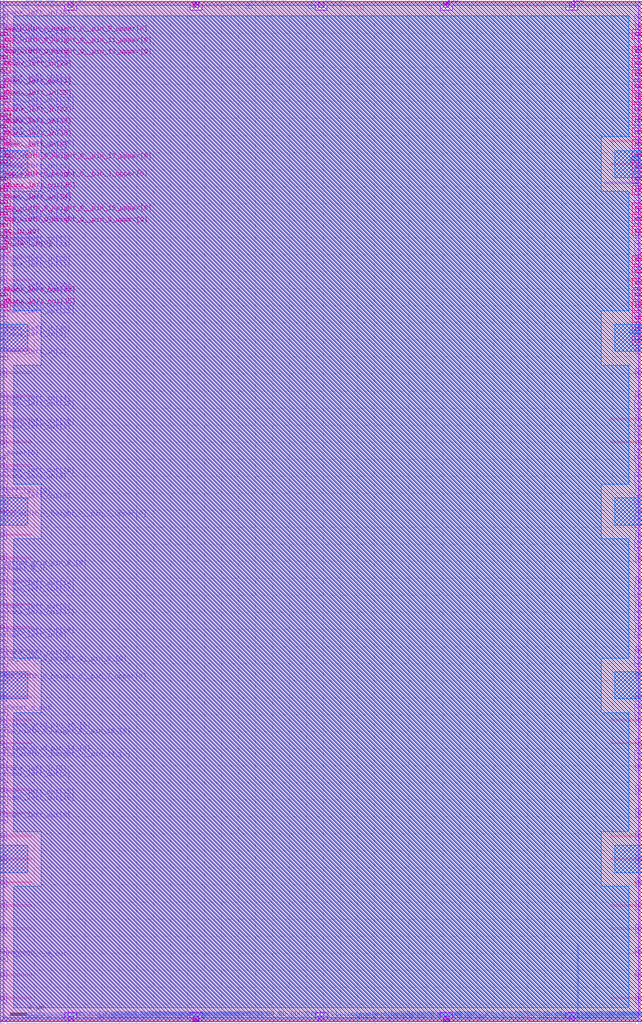
<source format=lef>
VERSION 5.7 ;
BUSBITCHARS "[]" ;

UNITS
  DATABASE MICRONS 1000 ;
END UNITS

MANUFACTURINGGRID 0.005 ;

LAYER li1
  TYPE ROUTING ;
  DIRECTION VERTICAL ;
  PITCH 0.46 ;
  WIDTH 0.17 ;
END li1

LAYER mcon
  TYPE CUT ;
END mcon

LAYER met1
  TYPE ROUTING ;
  DIRECTION HORIZONTAL ;
  PITCH 0.34 ;
  WIDTH 0.14 ;
END met1

LAYER via
  TYPE CUT ;
END via

LAYER met2
  TYPE ROUTING ;
  DIRECTION VERTICAL ;
  PITCH 0.46 ;
  WIDTH 0.14 ;
END met2

LAYER via2
  TYPE CUT ;
END via2

LAYER met3
  TYPE ROUTING ;
  DIRECTION HORIZONTAL ;
  PITCH 0.68 ;
  WIDTH 0.3 ;
END met3

LAYER via3
  TYPE CUT ;
END via3

LAYER met4
  TYPE ROUTING ;
  DIRECTION VERTICAL ;
  PITCH 0.92 ;
  WIDTH 0.3 ;
END met4

LAYER via4
  TYPE CUT ;
END via4

LAYER met5
  TYPE ROUTING ;
  DIRECTION HORIZONTAL ;
  PITCH 3.4 ;
  WIDTH 1.6 ;
END met5

LAYER nwell
  TYPE MASTERSLICE ;
END nwell

LAYER pwell
  TYPE MASTERSLICE ;
END pwell

LAYER OVERLAP
  TYPE OVERLAP ;
END OVERLAP

VIA L1M1_PR
  LAYER li1 ;
    RECT -0.085 -0.085 0.085 0.085 ;
  LAYER mcon ;
    RECT -0.085 -0.085 0.085 0.085 ;
  LAYER met1 ;
    RECT -0.145 -0.115 0.145 0.115 ;
END L1M1_PR

VIA L1M1_PR_R
  LAYER li1 ;
    RECT -0.085 -0.085 0.085 0.085 ;
  LAYER mcon ;
    RECT -0.085 -0.085 0.085 0.085 ;
  LAYER met1 ;
    RECT -0.115 -0.145 0.115 0.145 ;
END L1M1_PR_R

VIA L1M1_PR_M
  LAYER li1 ;
    RECT -0.085 -0.085 0.085 0.085 ;
  LAYER mcon ;
    RECT -0.085 -0.085 0.085 0.085 ;
  LAYER met1 ;
    RECT -0.115 -0.145 0.115 0.145 ;
END L1M1_PR_M

VIA L1M1_PR_MR
  LAYER li1 ;
    RECT -0.085 -0.085 0.085 0.085 ;
  LAYER mcon ;
    RECT -0.085 -0.085 0.085 0.085 ;
  LAYER met1 ;
    RECT -0.145 -0.115 0.145 0.115 ;
END L1M1_PR_MR

VIA L1M1_PR_C
  LAYER li1 ;
    RECT -0.085 -0.085 0.085 0.085 ;
  LAYER mcon ;
    RECT -0.085 -0.085 0.085 0.085 ;
  LAYER met1 ;
    RECT -0.145 -0.145 0.145 0.145 ;
END L1M1_PR_C

VIA M1M2_PR
  LAYER met1 ;
    RECT -0.16 -0.13 0.16 0.13 ;
  LAYER via ;
    RECT -0.075 -0.075 0.075 0.075 ;
  LAYER met2 ;
    RECT -0.13 -0.16 0.13 0.16 ;
END M1M2_PR

VIA M1M2_PR_Enc
  LAYER met1 ;
    RECT -0.16 -0.13 0.16 0.13 ;
  LAYER via ;
    RECT -0.075 -0.075 0.075 0.075 ;
  LAYER met2 ;
    RECT -0.16 -0.13 0.16 0.13 ;
END M1M2_PR_Enc

VIA M1M2_PR_R
  LAYER met1 ;
    RECT -0.13 -0.16 0.13 0.16 ;
  LAYER via ;
    RECT -0.075 -0.075 0.075 0.075 ;
  LAYER met2 ;
    RECT -0.16 -0.13 0.16 0.13 ;
END M1M2_PR_R

VIA M1M2_PR_R_Enc
  LAYER met1 ;
    RECT -0.13 -0.16 0.13 0.16 ;
  LAYER via ;
    RECT -0.075 -0.075 0.075 0.075 ;
  LAYER met2 ;
    RECT -0.13 -0.16 0.13 0.16 ;
END M1M2_PR_R_Enc

VIA M1M2_PR_M
  LAYER met1 ;
    RECT -0.16 -0.13 0.16 0.13 ;
  LAYER via ;
    RECT -0.075 -0.075 0.075 0.075 ;
  LAYER met2 ;
    RECT -0.16 -0.13 0.16 0.13 ;
END M1M2_PR_M

VIA M1M2_PR_M_Enc
  LAYER met1 ;
    RECT -0.16 -0.13 0.16 0.13 ;
  LAYER via ;
    RECT -0.075 -0.075 0.075 0.075 ;
  LAYER met2 ;
    RECT -0.13 -0.16 0.13 0.16 ;
END M1M2_PR_M_Enc

VIA M1M2_PR_MR
  LAYER met1 ;
    RECT -0.13 -0.16 0.13 0.16 ;
  LAYER via ;
    RECT -0.075 -0.075 0.075 0.075 ;
  LAYER met2 ;
    RECT -0.13 -0.16 0.13 0.16 ;
END M1M2_PR_MR

VIA M1M2_PR_MR_Enc
  LAYER met1 ;
    RECT -0.13 -0.16 0.13 0.16 ;
  LAYER via ;
    RECT -0.075 -0.075 0.075 0.075 ;
  LAYER met2 ;
    RECT -0.16 -0.13 0.16 0.13 ;
END M1M2_PR_MR_Enc

VIA M1M2_PR_C
  LAYER met1 ;
    RECT -0.16 -0.16 0.16 0.16 ;
  LAYER via ;
    RECT -0.075 -0.075 0.075 0.075 ;
  LAYER met2 ;
    RECT -0.16 -0.16 0.16 0.16 ;
END M1M2_PR_C

VIA M2M3_PR
  LAYER met2 ;
    RECT -0.14 -0.185 0.14 0.185 ;
  LAYER via2 ;
    RECT -0.1 -0.1 0.1 0.1 ;
  LAYER met3 ;
    RECT -0.165 -0.165 0.165 0.165 ;
END M2M3_PR

VIA M2M3_PR_R
  LAYER met2 ;
    RECT -0.185 -0.14 0.185 0.14 ;
  LAYER via2 ;
    RECT -0.1 -0.1 0.1 0.1 ;
  LAYER met3 ;
    RECT -0.165 -0.165 0.165 0.165 ;
END M2M3_PR_R

VIA M2M3_PR_M
  LAYER met2 ;
    RECT -0.14 -0.185 0.14 0.185 ;
  LAYER via2 ;
    RECT -0.1 -0.1 0.1 0.1 ;
  LAYER met3 ;
    RECT -0.165 -0.165 0.165 0.165 ;
END M2M3_PR_M

VIA M2M3_PR_MR
  LAYER met2 ;
    RECT -0.185 -0.14 0.185 0.14 ;
  LAYER via2 ;
    RECT -0.1 -0.1 0.1 0.1 ;
  LAYER met3 ;
    RECT -0.165 -0.165 0.165 0.165 ;
END M2M3_PR_MR

VIA M2M3_PR_C
  LAYER met2 ;
    RECT -0.185 -0.185 0.185 0.185 ;
  LAYER via2 ;
    RECT -0.1 -0.1 0.1 0.1 ;
  LAYER met3 ;
    RECT -0.165 -0.165 0.165 0.165 ;
END M2M3_PR_C

VIA M3M4_PR
  LAYER met3 ;
    RECT -0.19 -0.16 0.19 0.16 ;
  LAYER via3 ;
    RECT -0.1 -0.1 0.1 0.1 ;
  LAYER met4 ;
    RECT -0.165 -0.165 0.165 0.165 ;
END M3M4_PR

VIA M3M4_PR_R
  LAYER met3 ;
    RECT -0.16 -0.19 0.16 0.19 ;
  LAYER via3 ;
    RECT -0.1 -0.1 0.1 0.1 ;
  LAYER met4 ;
    RECT -0.165 -0.165 0.165 0.165 ;
END M3M4_PR_R

VIA M3M4_PR_M
  LAYER met3 ;
    RECT -0.19 -0.16 0.19 0.16 ;
  LAYER via3 ;
    RECT -0.1 -0.1 0.1 0.1 ;
  LAYER met4 ;
    RECT -0.165 -0.165 0.165 0.165 ;
END M3M4_PR_M

VIA M3M4_PR_MR
  LAYER met3 ;
    RECT -0.16 -0.19 0.16 0.19 ;
  LAYER via3 ;
    RECT -0.1 -0.1 0.1 0.1 ;
  LAYER met4 ;
    RECT -0.165 -0.165 0.165 0.165 ;
END M3M4_PR_MR

VIA M3M4_PR_C
  LAYER met3 ;
    RECT -0.19 -0.19 0.19 0.19 ;
  LAYER via3 ;
    RECT -0.1 -0.1 0.1 0.1 ;
  LAYER met4 ;
    RECT -0.165 -0.165 0.165 0.165 ;
END M3M4_PR_C

VIA M4M5_PR
  LAYER met4 ;
    RECT -0.59 -0.59 0.59 0.59 ;
  LAYER via4 ;
    RECT -0.4 -0.4 0.4 0.4 ;
  LAYER met5 ;
    RECT -0.71 -0.71 0.71 0.71 ;
END M4M5_PR

VIA M4M5_PR_R
  LAYER met4 ;
    RECT -0.59 -0.59 0.59 0.59 ;
  LAYER via4 ;
    RECT -0.4 -0.4 0.4 0.4 ;
  LAYER met5 ;
    RECT -0.71 -0.71 0.71 0.71 ;
END M4M5_PR_R

VIA M4M5_PR_M
  LAYER met4 ;
    RECT -0.59 -0.59 0.59 0.59 ;
  LAYER via4 ;
    RECT -0.4 -0.4 0.4 0.4 ;
  LAYER met5 ;
    RECT -0.71 -0.71 0.71 0.71 ;
END M4M5_PR_M

VIA M4M5_PR_MR
  LAYER met4 ;
    RECT -0.59 -0.59 0.59 0.59 ;
  LAYER via4 ;
    RECT -0.4 -0.4 0.4 0.4 ;
  LAYER met5 ;
    RECT -0.71 -0.71 0.71 0.71 ;
END M4M5_PR_MR

VIA M4M5_PR_C
  LAYER met4 ;
    RECT -0.59 -0.59 0.59 0.59 ;
  LAYER via4 ;
    RECT -0.4 -0.4 0.4 0.4 ;
  LAYER met5 ;
    RECT -0.71 -0.71 0.71 0.71 ;
END M4M5_PR_C

SITE unit
  CLASS CORE ;
  SYMMETRY Y ;
  SIZE 0.46 BY 2.72 ;
END unit

SITE unithddbl
  CLASS CORE ;
  SIZE 0.46 BY 5.44 ;
END unithddbl

MACRO cbx_1__0_
  CLASS BLOCK ;
  ORIGIN 0 0 ;
  SIZE 75.44 BY 119.68 ;
  SYMMETRY X Y ;
  PIN pReset[0]
    DIRECTION INPUT ;
    USE SIGNAL ;
    PORT
      LAYER met1 ;
        RECT 0 66.06 0.595 66.2 ;
    END
  END pReset[0]
  PIN chanx_left_in[0]
    DIRECTION INPUT ;
    USE SIGNAL ;
    PORT
      LAYER met1 ;
        RECT 0 44.64 0.595 44.78 ;
    END
  END chanx_left_in[0]
  PIN chanx_left_in[1]
    DIRECTION INPUT ;
    USE SIGNAL ;
    PORT
      LAYER met1 ;
        RECT 0 77.96 0.595 78.1 ;
    END
  END chanx_left_in[1]
  PIN chanx_left_in[2]
    DIRECTION INPUT ;
    USE SIGNAL ;
    PORT
      LAYER met1 ;
        RECT 0 63.34 0.595 63.48 ;
    END
  END chanx_left_in[2]
  PIN chanx_left_in[3]
    DIRECTION INPUT ;
    USE SIGNAL ;
    PORT
      LAYER met1 ;
        RECT 0 115.02 0.595 115.16 ;
    END
  END chanx_left_in[3]
  PIN chanx_left_in[4]
    DIRECTION INPUT ;
    USE SIGNAL ;
    PORT
      LAYER met1 ;
        RECT 0 115.7 0.595 115.84 ;
    END
  END chanx_left_in[4]
  PIN chanx_left_in[5]
    DIRECTION INPUT ;
    USE SIGNAL ;
    PORT
      LAYER met1 ;
        RECT 0 29 0.595 29.14 ;
    END
  END chanx_left_in[5]
  PIN chanx_left_in[6]
    DIRECTION INPUT ;
    USE SIGNAL ;
    PORT
      LAYER met3 ;
        RECT 0 102.19 0.8 102.49 ;
    END
  END chanx_left_in[6]
  PIN chanx_left_in[7]
    DIRECTION INPUT ;
    USE SIGNAL ;
    PORT
      LAYER met1 ;
        RECT 0 101.42 0.595 101.56 ;
    END
  END chanx_left_in[7]
  PIN chanx_left_in[8]
    DIRECTION INPUT ;
    USE SIGNAL ;
    PORT
      LAYER met1 ;
        RECT 0 80 0.595 80.14 ;
    END
  END chanx_left_in[8]
  PIN chanx_left_in[9]
    DIRECTION INPUT ;
    USE SIGNAL ;
    PORT
      LAYER met1 ;
        RECT 0 113.32 0.595 113.46 ;
    END
  END chanx_left_in[9]
  PIN chanx_left_in[10]
    DIRECTION INPUT ;
    USE SIGNAL ;
    PORT
      LAYER met1 ;
        RECT 0 117.74 0.595 117.88 ;
    END
  END chanx_left_in[10]
  PIN chanx_left_in[11]
    DIRECTION INPUT ;
    USE SIGNAL ;
    PORT
      LAYER met1 ;
        RECT 0 88.16 0.595 88.3 ;
    END
  END chanx_left_in[11]
  PIN chanx_left_in[12]
    DIRECTION INPUT ;
    USE SIGNAL ;
    PORT
      LAYER met1 ;
        RECT 0 94.28 0.595 94.42 ;
    END
  END chanx_left_in[12]
  PIN chanx_left_in[13]
    DIRECTION INPUT ;
    USE SIGNAL ;
    PORT
      LAYER met1 ;
        RECT 0 99.72 0.595 99.86 ;
    END
  END chanx_left_in[13]
  PIN chanx_left_in[14]
    DIRECTION INPUT ;
    USE SIGNAL ;
    PORT
      LAYER met1 ;
        RECT 0 72.52 0.595 72.66 ;
    END
  END chanx_left_in[14]
  PIN chanx_left_in[15]
    DIRECTION INPUT ;
    USE SIGNAL ;
    PORT
      LAYER met1 ;
        RECT 0 97 0.595 97.14 ;
    END
  END chanx_left_in[15]
  PIN chanx_left_in[16]
    DIRECTION INPUT ;
    USE SIGNAL ;
    PORT
      LAYER met1 ;
        RECT 0 95.98 0.595 96.12 ;
    END
  END chanx_left_in[16]
  PIN chanx_left_in[17]
    DIRECTION INPUT ;
    USE SIGNAL ;
    PORT
      LAYER met1 ;
        RECT 0 91.22 0.595 91.36 ;
    END
  END chanx_left_in[17]
  PIN chanx_left_in[18]
    DIRECTION INPUT ;
    USE SIGNAL ;
    PORT
      LAYER met3 ;
        RECT 0 103.55 0.8 103.85 ;
    END
  END chanx_left_in[18]
  PIN chanx_left_in[19]
    DIRECTION INPUT ;
    USE SIGNAL ;
    PORT
      LAYER met3 ;
        RECT 0 104.91 0.8 105.21 ;
    END
  END chanx_left_in[19]
  PIN chanx_left_in[20]
    DIRECTION INPUT ;
    USE SIGNAL ;
    PORT
      LAYER met1 ;
        RECT 0 80.68 0.595 80.82 ;
    END
  END chanx_left_in[20]
  PIN chanx_left_in[21]
    DIRECTION INPUT ;
    USE SIGNAL ;
    PORT
      LAYER met1 ;
        RECT 0 104.14 0.595 104.28 ;
    END
  END chanx_left_in[21]
  PIN chanx_left_in[22]
    DIRECTION INPUT ;
    USE SIGNAL ;
    PORT
      LAYER met3 ;
        RECT 0 106.27 0.8 106.57 ;
    END
  END chanx_left_in[22]
  PIN chanx_left_in[23]
    DIRECTION INPUT ;
    USE SIGNAL ;
    PORT
      LAYER met1 ;
        RECT 0 90.54 0.595 90.68 ;
    END
  END chanx_left_in[23]
  PIN chanx_left_in[24]
    DIRECTION INPUT ;
    USE SIGNAL ;
    PORT
      LAYER met3 ;
        RECT 0 96.07 0.8 96.37 ;
    END
  END chanx_left_in[24]
  PIN chanx_left_in[25]
    DIRECTION INPUT ;
    USE SIGNAL ;
    PORT
      LAYER met3 ;
        RECT 0 108.31 0.8 108.61 ;
    END
  END chanx_left_in[25]
  PIN chanx_left_in[26]
    DIRECTION INPUT ;
    USE SIGNAL ;
    PORT
      LAYER met1 ;
        RECT 0 85.78 0.595 85.92 ;
    END
  END chanx_left_in[26]
  PIN chanx_left_in[27]
    DIRECTION INPUT ;
    USE SIGNAL ;
    PORT
      LAYER met1 ;
        RECT 0 112.3 0.595 112.44 ;
    END
  END chanx_left_in[27]
  PIN chanx_left_in[28]
    DIRECTION INPUT ;
    USE SIGNAL ;
    PORT
      LAYER met3 ;
        RECT 0 111.71 0.8 112.01 ;
    END
  END chanx_left_in[28]
  PIN chanx_left_in[29]
    DIRECTION INPUT ;
    USE SIGNAL ;
    PORT
      LAYER met1 ;
        RECT 0 88.84 0.595 88.98 ;
    END
  END chanx_left_in[29]
  PIN chanx_right_in[0]
    DIRECTION INPUT ;
    USE SIGNAL ;
    PORT
      LAYER met3 ;
        RECT 74.64 85.19 75.44 85.49 ;
    END
  END chanx_right_in[0]
  PIN chanx_right_in[1]
    DIRECTION INPUT ;
    USE SIGNAL ;
    PORT
      LAYER met1 ;
        RECT 74.845 55.52 75.44 55.66 ;
    END
  END chanx_right_in[1]
  PIN chanx_right_in[2]
    DIRECTION INPUT ;
    USE SIGNAL ;
    PORT
      LAYER met1 ;
        RECT 74.845 60.96 75.44 61.1 ;
    END
  END chanx_right_in[2]
  PIN chanx_right_in[3]
    DIRECTION INPUT ;
    USE SIGNAL ;
    PORT
      LAYER met3 ;
        RECT 74.64 83.83 75.44 84.13 ;
    END
  END chanx_right_in[3]
  PIN chanx_right_in[4]
    DIRECTION INPUT ;
    USE SIGNAL ;
    PORT
      LAYER met1 ;
        RECT 74.845 115.7 75.44 115.84 ;
    END
  END chanx_right_in[4]
  PIN chanx_right_in[5]
    DIRECTION INPUT ;
    USE SIGNAL ;
    PORT
      LAYER met1 ;
        RECT 74.845 61.64 75.44 61.78 ;
    END
  END chanx_right_in[5]
  PIN chanx_right_in[6]
    DIRECTION INPUT ;
    USE SIGNAL ;
    PORT
      LAYER met1 ;
        RECT 74.845 87.82 75.44 87.96 ;
    END
  END chanx_right_in[6]
  PIN chanx_right_in[7]
    DIRECTION INPUT ;
    USE SIGNAL ;
    PORT
      LAYER met1 ;
        RECT 74.845 94.28 75.44 94.42 ;
    END
  END chanx_right_in[7]
  PIN chanx_right_in[8]
    DIRECTION INPUT ;
    USE SIGNAL ;
    PORT
      LAYER met1 ;
        RECT 74.845 82.72 75.44 82.86 ;
    END
  END chanx_right_in[8]
  PIN chanx_right_in[9]
    DIRECTION INPUT ;
    USE SIGNAL ;
    PORT
      LAYER met1 ;
        RECT 74.845 99.04 75.44 99.18 ;
    END
  END chanx_right_in[9]
  PIN chanx_right_in[10]
    DIRECTION INPUT ;
    USE SIGNAL ;
    PORT
      LAYER met1 ;
        RECT 74.845 117.74 75.44 117.88 ;
    END
  END chanx_right_in[10]
  PIN chanx_right_in[11]
    DIRECTION INPUT ;
    USE SIGNAL ;
    PORT
      LAYER met1 ;
        RECT 74.845 93.6 75.44 93.74 ;
    END
  END chanx_right_in[11]
  PIN chanx_right_in[12]
    DIRECTION INPUT ;
    USE SIGNAL ;
    PORT
      LAYER met1 ;
        RECT 74.845 99.72 75.44 99.86 ;
    END
  END chanx_right_in[12]
  PIN chanx_right_in[13]
    DIRECTION INPUT ;
    USE SIGNAL ;
    PORT
      LAYER met1 ;
        RECT 74.845 91.22 75.44 91.36 ;
    END
  END chanx_right_in[13]
  PIN chanx_right_in[14]
    DIRECTION INPUT ;
    USE SIGNAL ;
    PORT
      LAYER met1 ;
        RECT 74.845 80.68 75.44 80.82 ;
    END
  END chanx_right_in[14]
  PIN chanx_right_in[15]
    DIRECTION INPUT ;
    USE SIGNAL ;
    PORT
      LAYER met1 ;
        RECT 74.845 112.98 75.44 113.12 ;
    END
  END chanx_right_in[15]
  PIN chanx_right_in[16]
    DIRECTION INPUT ;
    USE SIGNAL ;
    PORT
      LAYER met1 ;
        RECT 74.845 101.76 75.44 101.9 ;
    END
  END chanx_right_in[16]
  PIN chanx_right_in[17]
    DIRECTION INPUT ;
    USE SIGNAL ;
    PORT
      LAYER met1 ;
        RECT 74.845 90.54 75.44 90.68 ;
    END
  END chanx_right_in[17]
  PIN chanx_right_in[18]
    DIRECTION INPUT ;
    USE SIGNAL ;
    PORT
      LAYER met1 ;
        RECT 74.845 110.26 75.44 110.4 ;
    END
  END chanx_right_in[18]
  PIN chanx_right_in[19]
    DIRECTION INPUT ;
    USE SIGNAL ;
    PORT
      LAYER met3 ;
        RECT 74.64 109.67 75.44 109.97 ;
    END
  END chanx_right_in[19]
  PIN chanx_right_in[20]
    DIRECTION INPUT ;
    USE SIGNAL ;
    PORT
      LAYER met3 ;
        RECT 74.64 82.47 75.44 82.77 ;
    END
  END chanx_right_in[20]
  PIN chanx_right_in[21]
    DIRECTION INPUT ;
    USE SIGNAL ;
    PORT
      LAYER met1 ;
        RECT 74.845 97 75.44 97.14 ;
    END
  END chanx_right_in[21]
  PIN chanx_right_in[22]
    DIRECTION INPUT ;
    USE SIGNAL ;
    PORT
      LAYER met3 ;
        RECT 74.64 79.75 75.44 80.05 ;
    END
  END chanx_right_in[22]
  PIN chanx_right_in[23]
    DIRECTION INPUT ;
    USE SIGNAL ;
    PORT
      LAYER met1 ;
        RECT 74.845 83.4 75.44 83.54 ;
    END
  END chanx_right_in[23]
  PIN chanx_right_in[24]
    DIRECTION INPUT ;
    USE SIGNAL ;
    PORT
      LAYER met1 ;
        RECT 74.845 107.54 75.44 107.68 ;
    END
  END chanx_right_in[24]
  PIN chanx_right_in[25]
    DIRECTION INPUT ;
    USE SIGNAL ;
    PORT
      LAYER met1 ;
        RECT 74.845 109.58 75.44 109.72 ;
    END
  END chanx_right_in[25]
  PIN chanx_right_in[26]
    DIRECTION INPUT ;
    USE SIGNAL ;
    PORT
      LAYER met1 ;
        RECT 74.845 80 75.44 80.14 ;
    END
  END chanx_right_in[26]
  PIN chanx_right_in[27]
    DIRECTION INPUT ;
    USE SIGNAL ;
    PORT
      LAYER met1 ;
        RECT 74.845 112.3 75.44 112.44 ;
    END
  END chanx_right_in[27]
  PIN chanx_right_in[28]
    DIRECTION INPUT ;
    USE SIGNAL ;
    PORT
      LAYER met1 ;
        RECT 74.845 105.16 75.44 105.3 ;
    END
  END chanx_right_in[28]
  PIN chanx_right_in[29]
    DIRECTION INPUT ;
    USE SIGNAL ;
    PORT
      LAYER met1 ;
        RECT 74.845 106.86 75.44 107 ;
    END
  END chanx_right_in[29]
  PIN ccff_head[0]
    DIRECTION INPUT ;
    USE SIGNAL ;
    PORT
      LAYER met1 ;
        RECT 74.845 85.78 75.44 85.92 ;
    END
  END ccff_head[0]
  PIN chanx_left_out[0]
    DIRECTION OUTPUT ;
    USE SIGNAL ;
    PORT
      LAYER met1 ;
        RECT 0 23.56 0.595 23.7 ;
    END
  END chanx_left_out[0]
  PIN chanx_left_out[1]
    DIRECTION OUTPUT ;
    USE SIGNAL ;
    PORT
      LAYER met3 ;
        RECT 0 109.67 0.8 109.97 ;
    END
  END chanx_left_out[1]
  PIN chanx_left_out[2]
    DIRECTION OUTPUT ;
    USE SIGNAL ;
    PORT
      LAYER met1 ;
        RECT 0 28.32 0.595 28.46 ;
    END
  END chanx_left_out[2]
  PIN chanx_left_out[3]
    DIRECTION OUTPUT ;
    USE SIGNAL ;
    PORT
      LAYER met1 ;
        RECT 0 69.12 0.595 69.26 ;
    END
  END chanx_left_out[3]
  PIN chanx_left_out[4]
    DIRECTION OUTPUT ;
    USE SIGNAL ;
    PORT
      LAYER met1 ;
        RECT 0 110.26 0.595 110.4 ;
    END
  END chanx_left_out[4]
  PIN chanx_left_out[5]
    DIRECTION OUTPUT ;
    USE SIGNAL ;
    PORT
      LAYER met1 ;
        RECT 0 48.04 0.595 48.18 ;
    END
  END chanx_left_out[5]
  PIN chanx_left_out[6]
    DIRECTION OUTPUT ;
    USE SIGNAL ;
    PORT
      LAYER met1 ;
        RECT 0 42.6 0.595 42.74 ;
    END
  END chanx_left_out[6]
  PIN chanx_left_out[7]
    DIRECTION OUTPUT ;
    USE SIGNAL ;
    PORT
      LAYER met1 ;
        RECT 0 109.58 0.595 109.72 ;
    END
  END chanx_left_out[7]
  PIN chanx_left_out[8]
    DIRECTION OUTPUT ;
    USE SIGNAL ;
    PORT
      LAYER met1 ;
        RECT 0 60.96 0.595 61.1 ;
    END
  END chanx_left_out[8]
  PIN chanx_left_out[9]
    DIRECTION OUTPUT ;
    USE SIGNAL ;
    PORT
      LAYER met1 ;
        RECT 0 105.16 0.595 105.3 ;
    END
  END chanx_left_out[9]
  PIN chanx_left_out[10]
    DIRECTION OUTPUT ;
    USE SIGNAL ;
    PORT
      LAYER met1 ;
        RECT 0 102.44 0.595 102.58 ;
    END
  END chanx_left_out[10]
  PIN chanx_left_out[11]
    DIRECTION OUTPUT ;
    USE SIGNAL ;
    PORT
      LAYER met1 ;
        RECT 0 85.1 0.595 85.24 ;
    END
  END chanx_left_out[11]
  PIN chanx_left_out[12]
    DIRECTION OUTPUT ;
    USE SIGNAL ;
    PORT
      LAYER met1 ;
        RECT 0 26.28 0.595 26.42 ;
    END
  END chanx_left_out[12]
  PIN chanx_left_out[13]
    DIRECTION OUTPUT ;
    USE SIGNAL ;
    PORT
      LAYER met1 ;
        RECT 0 106.86 0.595 107 ;
    END
  END chanx_left_out[13]
  PIN chanx_left_out[14]
    DIRECTION OUTPUT ;
    USE SIGNAL ;
    PORT
      LAYER met1 ;
        RECT 0 50.76 0.595 50.9 ;
    END
  END chanx_left_out[14]
  PIN chanx_left_out[15]
    DIRECTION OUTPUT ;
    USE SIGNAL ;
    PORT
      LAYER met3 ;
        RECT 0 83.83 0.8 84.13 ;
    END
  END chanx_left_out[15]
  PIN chanx_left_out[16]
    DIRECTION OUTPUT ;
    USE SIGNAL ;
    PORT
      LAYER met1 ;
        RECT 0 64.02 0.595 64.16 ;
    END
  END chanx_left_out[16]
  PIN chanx_left_out[17]
    DIRECTION OUTPUT ;
    USE SIGNAL ;
    PORT
      LAYER met1 ;
        RECT 0 47.36 0.595 47.5 ;
    END
  END chanx_left_out[17]
  PIN chanx_left_out[18]
    DIRECTION OUTPUT ;
    USE SIGNAL ;
    PORT
      LAYER met1 ;
        RECT 0 25.6 0.595 25.74 ;
    END
  END chanx_left_out[18]
  PIN chanx_left_out[19]
    DIRECTION OUTPUT ;
    USE SIGNAL ;
    PORT
      LAYER met1 ;
        RECT 0 71.84 0.595 71.98 ;
    END
  END chanx_left_out[19]
  PIN chanx_left_out[20]
    DIRECTION OUTPUT ;
    USE SIGNAL ;
    PORT
      LAYER met1 ;
        RECT 0 98.7 0.595 98.84 ;
    END
  END chanx_left_out[20]
  PIN chanx_left_out[21]
    DIRECTION OUTPUT ;
    USE SIGNAL ;
    PORT
      LAYER met1 ;
        RECT 0 93.6 0.595 93.74 ;
    END
  END chanx_left_out[21]
  PIN chanx_left_out[22]
    DIRECTION OUTPUT ;
    USE SIGNAL ;
    PORT
      LAYER met3 ;
        RECT 0 85.19 0.8 85.49 ;
    END
  END chanx_left_out[22]
  PIN chanx_left_out[23]
    DIRECTION OUTPUT ;
    USE SIGNAL ;
    PORT
      LAYER met1 ;
        RECT 0 82.72 0.595 82.86 ;
    END
  END chanx_left_out[23]
  PIN chanx_left_out[24]
    DIRECTION OUTPUT ;
    USE SIGNAL ;
    PORT
      LAYER met1 ;
        RECT 0 45.32 0.595 45.46 ;
    END
  END chanx_left_out[24]
  PIN chanx_left_out[25]
    DIRECTION OUTPUT ;
    USE SIGNAL ;
    PORT
      LAYER met1 ;
        RECT 0 107.54 0.595 107.68 ;
    END
  END chanx_left_out[25]
  PIN chanx_left_out[26]
    DIRECTION OUTPUT ;
    USE SIGNAL ;
    PORT
      LAYER met3 ;
        RECT 0 97.43 0.8 97.73 ;
    END
  END chanx_left_out[26]
  PIN chanx_left_out[27]
    DIRECTION OUTPUT ;
    USE SIGNAL ;
    PORT
      LAYER met1 ;
        RECT 0 50.08 0.595 50.22 ;
    END
  END chanx_left_out[27]
  PIN chanx_left_out[28]
    DIRECTION OUTPUT ;
    USE SIGNAL ;
    PORT
      LAYER met1 ;
        RECT 0 69.8 0.595 69.94 ;
    END
  END chanx_left_out[28]
  PIN chanx_left_out[29]
    DIRECTION OUTPUT ;
    USE SIGNAL ;
    PORT
      LAYER met1 ;
        RECT 0 83.4 0.595 83.54 ;
    END
  END chanx_left_out[29]
  PIN chanx_right_out[0]
    DIRECTION OUTPUT ;
    USE SIGNAL ;
    PORT
      LAYER met1 ;
        RECT 74.845 69.8 75.44 69.94 ;
    END
  END chanx_right_out[0]
  PIN chanx_right_out[1]
    DIRECTION OUTPUT ;
    USE SIGNAL ;
    PORT
      LAYER met3 ;
        RECT 74.64 106.95 75.44 107.25 ;
    END
  END chanx_right_out[1]
  PIN chanx_right_out[2]
    DIRECTION OUTPUT ;
    USE SIGNAL ;
    PORT
      LAYER met1 ;
        RECT 74.845 115.02 75.44 115.16 ;
    END
  END chanx_right_out[2]
  PIN chanx_right_out[3]
    DIRECTION OUTPUT ;
    USE SIGNAL ;
    PORT
      LAYER met1 ;
        RECT 74.845 47.36 75.44 47.5 ;
    END
  END chanx_right_out[3]
  PIN chanx_right_out[4]
    DIRECTION OUTPUT ;
    USE SIGNAL ;
    PORT
      LAYER met1 ;
        RECT 74.845 72.52 75.44 72.66 ;
    END
  END chanx_right_out[4]
  PIN chanx_right_out[5]
    DIRECTION OUTPUT ;
    USE SIGNAL ;
    PORT
      LAYER met1 ;
        RECT 74.845 63.34 75.44 63.48 ;
    END
  END chanx_right_out[5]
  PIN chanx_right_out[6]
    DIRECTION OUTPUT ;
    USE SIGNAL ;
    PORT
      LAYER met1 ;
        RECT 74.845 48.04 75.44 48.18 ;
    END
  END chanx_right_out[6]
  PIN chanx_right_out[7]
    DIRECTION OUTPUT ;
    USE SIGNAL ;
    PORT
      LAYER met1 ;
        RECT 74.845 71.84 75.44 71.98 ;
    END
  END chanx_right_out[7]
  PIN chanx_right_out[8]
    DIRECTION OUTPUT ;
    USE SIGNAL ;
    PORT
      LAYER met1 ;
        RECT 74.845 45.32 75.44 45.46 ;
    END
  END chanx_right_out[8]
  PIN chanx_right_out[9]
    DIRECTION OUTPUT ;
    USE SIGNAL ;
    PORT
      LAYER met3 ;
        RECT 74.64 101.51 75.44 101.81 ;
    END
  END chanx_right_out[9]
  PIN chanx_right_out[10]
    DIRECTION OUTPUT ;
    USE SIGNAL ;
    PORT
      LAYER met1 ;
        RECT 74.845 50.08 75.44 50.22 ;
    END
  END chanx_right_out[10]
  PIN chanx_right_out[11]
    DIRECTION OUTPUT ;
    USE SIGNAL ;
    PORT
      LAYER met1 ;
        RECT 74.845 58.92 75.44 59.06 ;
    END
  END chanx_right_out[11]
  PIN chanx_right_out[12]
    DIRECTION OUTPUT ;
    USE SIGNAL ;
    PORT
      LAYER met1 ;
        RECT 74.845 85.1 75.44 85.24 ;
    END
  END chanx_right_out[12]
  PIN chanx_right_out[13]
    DIRECTION OUTPUT ;
    USE SIGNAL ;
    PORT
      LAYER met3 ;
        RECT 74.64 105.59 75.44 105.89 ;
    END
  END chanx_right_out[13]
  PIN chanx_right_out[14]
    DIRECTION OUTPUT ;
    USE SIGNAL ;
    PORT
      LAYER met3 ;
        RECT 74.64 95.39 75.44 95.69 ;
    END
  END chanx_right_out[14]
  PIN chanx_right_out[15]
    DIRECTION OUTPUT ;
    USE SIGNAL ;
    PORT
      LAYER met1 ;
        RECT 74.845 102.44 75.44 102.58 ;
    END
  END chanx_right_out[15]
  PIN chanx_right_out[16]
    DIRECTION OUTPUT ;
    USE SIGNAL ;
    PORT
      LAYER met1 ;
        RECT 74.845 104.48 75.44 104.62 ;
    END
  END chanx_right_out[16]
  PIN chanx_right_out[17]
    DIRECTION OUTPUT ;
    USE SIGNAL ;
    PORT
      LAYER met3 ;
        RECT 74.64 98.79 75.44 99.09 ;
    END
  END chanx_right_out[17]
  PIN chanx_right_out[18]
    DIRECTION OUTPUT ;
    USE SIGNAL ;
    PORT
      LAYER met3 ;
        RECT 74.64 111.03 75.44 111.33 ;
    END
  END chanx_right_out[18]
  PIN chanx_right_out[19]
    DIRECTION OUTPUT ;
    USE SIGNAL ;
    PORT
      LAYER met3 ;
        RECT 74.64 87.91 75.44 88.21 ;
    END
  END chanx_right_out[19]
  PIN chanx_right_out[20]
    DIRECTION OUTPUT ;
    USE SIGNAL ;
    PORT
      LAYER met1 ;
        RECT 74.845 88.5 75.44 88.64 ;
    END
  END chanx_right_out[20]
  PIN chanx_right_out[21]
    DIRECTION OUTPUT ;
    USE SIGNAL ;
    PORT
      LAYER met3 ;
        RECT 74.64 102.87 75.44 103.17 ;
    END
  END chanx_right_out[21]
  PIN chanx_right_out[22]
    DIRECTION OUTPUT ;
    USE SIGNAL ;
    PORT
      LAYER met3 ;
        RECT 74.64 81.11 75.44 81.41 ;
    END
  END chanx_right_out[22]
  PIN chanx_right_out[23]
    DIRECTION OUTPUT ;
    USE SIGNAL ;
    PORT
      LAYER met1 ;
        RECT 74.845 58.24 75.44 58.38 ;
    END
  END chanx_right_out[23]
  PIN chanx_right_out[24]
    DIRECTION OUTPUT ;
    USE SIGNAL ;
    PORT
      LAYER met1 ;
        RECT 74.845 56.2 75.44 56.34 ;
    END
  END chanx_right_out[24]
  PIN chanx_right_out[25]
    DIRECTION OUTPUT ;
    USE SIGNAL ;
    PORT
      LAYER met3 ;
        RECT 74.64 108.31 75.44 108.61 ;
    END
  END chanx_right_out[25]
  PIN chanx_right_out[26]
    DIRECTION OUTPUT ;
    USE SIGNAL ;
    PORT
      LAYER met3 ;
        RECT 74.64 86.55 75.44 86.85 ;
    END
  END chanx_right_out[26]
  PIN chanx_right_out[27]
    DIRECTION OUTPUT ;
    USE SIGNAL ;
    PORT
      LAYER met3 ;
        RECT 74.64 112.39 75.44 112.69 ;
    END
  END chanx_right_out[27]
  PIN chanx_right_out[28]
    DIRECTION OUTPUT ;
    USE SIGNAL ;
    PORT
      LAYER met3 ;
        RECT 74.64 100.15 75.44 100.45 ;
    END
  END chanx_right_out[28]
  PIN chanx_right_out[29]
    DIRECTION OUTPUT ;
    USE SIGNAL ;
    PORT
      LAYER met3 ;
        RECT 74.64 104.23 75.44 104.53 ;
    END
  END chanx_right_out[29]
  PIN bottom_grid_pin_0_[0]
    DIRECTION OUTPUT ;
    USE SIGNAL ;
    PORT
      LAYER met1 ;
        RECT 74.845 41.92 75.44 42.06 ;
    END
  END bottom_grid_pin_0_[0]
  PIN bottom_grid_pin_2_[0]
    DIRECTION OUTPUT ;
    USE SIGNAL ;
    PORT
      LAYER met1 ;
        RECT 74.845 36.82 75.44 36.96 ;
    END
  END bottom_grid_pin_2_[0]
  PIN bottom_grid_pin_4_[0]
    DIRECTION OUTPUT ;
    USE SIGNAL ;
    PORT
      LAYER met2 ;
        RECT 39.26 0 39.4 0.485 ;
    END
  END bottom_grid_pin_4_[0]
  PIN bottom_grid_pin_6_[0]
    DIRECTION OUTPUT ;
    USE SIGNAL ;
    PORT
      LAYER met1 ;
        RECT 0 53.14 0.595 53.28 ;
    END
  END bottom_grid_pin_6_[0]
  PIN bottom_grid_pin_8_[0]
    DIRECTION OUTPUT ;
    USE SIGNAL ;
    PORT
      LAYER met1 ;
        RECT 74.845 30.7 75.44 30.84 ;
    END
  END bottom_grid_pin_8_[0]
  PIN bottom_grid_pin_10_[0]
    DIRECTION OUTPUT ;
    USE SIGNAL ;
    PORT
      LAYER met2 ;
        RECT 45.7 0 45.84 0.485 ;
    END
  END bottom_grid_pin_10_[0]
  PIN bottom_grid_pin_12_[0]
    DIRECTION OUTPUT ;
    USE SIGNAL ;
    PORT
      LAYER met2 ;
        RECT 43.86 0 44 0.485 ;
    END
  END bottom_grid_pin_12_[0]
  PIN bottom_grid_pin_14_[0]
    DIRECTION OUTPUT ;
    USE SIGNAL ;
    PORT
      LAYER met1 ;
        RECT 0 31.38 0.595 31.52 ;
    END
  END bottom_grid_pin_14_[0]
  PIN bottom_grid_pin_16_[0]
    DIRECTION OUTPUT ;
    USE SIGNAL ;
    PORT
      LAYER met1 ;
        RECT 0 34.1 0.595 34.24 ;
    END
  END bottom_grid_pin_16_[0]
  PIN ccff_tail[0]
    DIRECTION OUTPUT ;
    USE SIGNAL ;
    PORT
      LAYER met1 ;
        RECT 0 61.64 0.595 61.78 ;
    END
  END ccff_tail[0]
  PIN IO_ISOL_N[0]
    DIRECTION INPUT ;
    USE SIGNAL ;
    PORT
      LAYER met3 ;
        RECT 0 90.63 0.8 90.93 ;
    END
  END IO_ISOL_N[0]
  PIN gfpga_pad_EMBEDDED_IO_HD_SOC_IN[0]
    DIRECTION INPUT ;
    USE SIGNAL ;
    PORT
      LAYER met2 ;
        RECT 41.1 0 41.24 0.485 ;
    END
  END gfpga_pad_EMBEDDED_IO_HD_SOC_IN[0]
  PIN gfpga_pad_EMBEDDED_IO_HD_SOC_IN[1]
    DIRECTION INPUT ;
    USE SIGNAL ;
    PORT
      LAYER met2 ;
        RECT 54.9 0 55.04 0.485 ;
    END
  END gfpga_pad_EMBEDDED_IO_HD_SOC_IN[1]
  PIN gfpga_pad_EMBEDDED_IO_HD_SOC_IN[2]
    DIRECTION INPUT ;
    USE SIGNAL ;
    PORT
      LAYER met2 ;
        RECT 68.7 0 68.84 0.485 ;
    END
  END gfpga_pad_EMBEDDED_IO_HD_SOC_IN[2]
  PIN gfpga_pad_EMBEDDED_IO_HD_SOC_IN[3]
    DIRECTION INPUT ;
    USE SIGNAL ;
    PORT
      LAYER met2 ;
        RECT 69.62 0 69.76 0.485 ;
    END
  END gfpga_pad_EMBEDDED_IO_HD_SOC_IN[3]
  PIN gfpga_pad_EMBEDDED_IO_HD_SOC_IN[4]
    DIRECTION INPUT ;
    USE SIGNAL ;
    PORT
      LAYER met2 ;
        RECT 62.26 0 62.4 0.485 ;
    END
  END gfpga_pad_EMBEDDED_IO_HD_SOC_IN[4]
  PIN gfpga_pad_EMBEDDED_IO_HD_SOC_IN[5]
    DIRECTION INPUT ;
    USE SIGNAL ;
    PORT
      LAYER met2 ;
        RECT 23.62 0 23.76 0.485 ;
    END
  END gfpga_pad_EMBEDDED_IO_HD_SOC_IN[5]
  PIN gfpga_pad_EMBEDDED_IO_HD_SOC_IN[6]
    DIRECTION INPUT ;
    USE SIGNAL ;
    PORT
      LAYER met2 ;
        RECT 15.8 0 15.94 0.485 ;
    END
  END gfpga_pad_EMBEDDED_IO_HD_SOC_IN[6]
  PIN gfpga_pad_EMBEDDED_IO_HD_SOC_IN[7]
    DIRECTION INPUT ;
    USE SIGNAL ;
    PORT
      LAYER met2 ;
        RECT 14.88 0 15.02 0.485 ;
    END
  END gfpga_pad_EMBEDDED_IO_HD_SOC_IN[7]
  PIN gfpga_pad_EMBEDDED_IO_HD_SOC_IN[8]
    DIRECTION INPUT ;
    USE SIGNAL ;
    PORT
      LAYER met2 ;
        RECT 3.84 0 3.98 0.485 ;
    END
  END gfpga_pad_EMBEDDED_IO_HD_SOC_IN[8]
  PIN gfpga_pad_EMBEDDED_IO_HD_SOC_OUT[0]
    DIRECTION OUTPUT ;
    USE SIGNAL ;
    PORT
      LAYER met2 ;
        RECT 48 0 48.14 0.485 ;
    END
  END gfpga_pad_EMBEDDED_IO_HD_SOC_OUT[0]
  PIN gfpga_pad_EMBEDDED_IO_HD_SOC_OUT[1]
    DIRECTION OUTPUT ;
    USE SIGNAL ;
    PORT
      LAYER met2 ;
        RECT 65.02 0 65.16 0.485 ;
    END
  END gfpga_pad_EMBEDDED_IO_HD_SOC_OUT[1]
  PIN gfpga_pad_EMBEDDED_IO_HD_SOC_OUT[2]
    DIRECTION OUTPUT ;
    USE SIGNAL ;
    PORT
      LAYER met2 ;
        RECT 71.46 0 71.6 0.485 ;
    END
  END gfpga_pad_EMBEDDED_IO_HD_SOC_OUT[2]
  PIN gfpga_pad_EMBEDDED_IO_HD_SOC_OUT[3]
    DIRECTION OUTPUT ;
    USE SIGNAL ;
    PORT
      LAYER met2 ;
        RECT 72.38 0 72.52 0.485 ;
    END
  END gfpga_pad_EMBEDDED_IO_HD_SOC_OUT[3]
  PIN gfpga_pad_EMBEDDED_IO_HD_SOC_OUT[4]
    DIRECTION OUTPUT ;
    USE SIGNAL ;
    PORT
      LAYER met2 ;
        RECT 66.4 0 66.54 0.485 ;
    END
  END gfpga_pad_EMBEDDED_IO_HD_SOC_OUT[4]
  PIN gfpga_pad_EMBEDDED_IO_HD_SOC_OUT[5]
    DIRECTION OUTPUT ;
    USE SIGNAL ;
    PORT
      LAYER met2 ;
        RECT 20.86 0 21 0.485 ;
    END
  END gfpga_pad_EMBEDDED_IO_HD_SOC_OUT[5]
  PIN gfpga_pad_EMBEDDED_IO_HD_SOC_OUT[6]
    DIRECTION OUTPUT ;
    USE SIGNAL ;
    PORT
      LAYER met2 ;
        RECT 13.96 0 14.1 0.485 ;
    END
  END gfpga_pad_EMBEDDED_IO_HD_SOC_OUT[6]
  PIN gfpga_pad_EMBEDDED_IO_HD_SOC_OUT[7]
    DIRECTION OUTPUT ;
    USE SIGNAL ;
    PORT
      LAYER met2 ;
        RECT 16.72 0 16.86 0.485 ;
    END
  END gfpga_pad_EMBEDDED_IO_HD_SOC_OUT[7]
  PIN gfpga_pad_EMBEDDED_IO_HD_SOC_OUT[8]
    DIRECTION OUTPUT ;
    USE SIGNAL ;
    PORT
      LAYER met2 ;
        RECT 7.52 0 7.66 0.485 ;
    END
  END gfpga_pad_EMBEDDED_IO_HD_SOC_OUT[8]
  PIN gfpga_pad_EMBEDDED_IO_HD_SOC_DIR[0]
    DIRECTION OUTPUT ;
    USE SIGNAL ;
    PORT
      LAYER met2 ;
        RECT 42.94 0 43.08 0.485 ;
    END
  END gfpga_pad_EMBEDDED_IO_HD_SOC_DIR[0]
  PIN gfpga_pad_EMBEDDED_IO_HD_SOC_DIR[1]
    DIRECTION OUTPUT ;
    USE SIGNAL ;
    PORT
      LAYER met2 ;
        RECT 56.28 0 56.42 0.485 ;
    END
  END gfpga_pad_EMBEDDED_IO_HD_SOC_DIR[1]
  PIN gfpga_pad_EMBEDDED_IO_HD_SOC_DIR[2]
    DIRECTION OUTPUT ;
    USE SIGNAL ;
    PORT
      LAYER met2 ;
        RECT 64.1 0 64.24 0.485 ;
    END
  END gfpga_pad_EMBEDDED_IO_HD_SOC_DIR[2]
  PIN gfpga_pad_EMBEDDED_IO_HD_SOC_DIR[3]
    DIRECTION OUTPUT ;
    USE SIGNAL ;
    PORT
      LAYER met2 ;
        RECT 67.32 0 67.46 0.485 ;
    END
  END gfpga_pad_EMBEDDED_IO_HD_SOC_DIR[3]
  PIN gfpga_pad_EMBEDDED_IO_HD_SOC_DIR[4]
    DIRECTION OUTPUT ;
    USE SIGNAL ;
    PORT
      LAYER met2 ;
        RECT 60.88 0 61.02 0.485 ;
    END
  END gfpga_pad_EMBEDDED_IO_HD_SOC_DIR[4]
  PIN gfpga_pad_EMBEDDED_IO_HD_SOC_DIR[5]
    DIRECTION OUTPUT ;
    USE SIGNAL ;
    PORT
      LAYER met2 ;
        RECT 22.24 0 22.38 0.485 ;
    END
  END gfpga_pad_EMBEDDED_IO_HD_SOC_DIR[5]
  PIN gfpga_pad_EMBEDDED_IO_HD_SOC_DIR[6]
    DIRECTION OUTPUT ;
    USE SIGNAL ;
    PORT
      LAYER met2 ;
        RECT 13.04 0 13.18 0.485 ;
    END
  END gfpga_pad_EMBEDDED_IO_HD_SOC_DIR[6]
  PIN gfpga_pad_EMBEDDED_IO_HD_SOC_DIR[7]
    DIRECTION OUTPUT ;
    USE SIGNAL ;
    PORT
      LAYER met2 ;
        RECT 11.66 0 11.8 0.485 ;
    END
  END gfpga_pad_EMBEDDED_IO_HD_SOC_DIR[7]
  PIN gfpga_pad_EMBEDDED_IO_HD_SOC_DIR[8]
    DIRECTION OUTPUT ;
    USE SIGNAL ;
    PORT
      LAYER met2 ;
        RECT 2.92 0 3.06 0.485 ;
    END
  END gfpga_pad_EMBEDDED_IO_HD_SOC_DIR[8]
  PIN top_width_0_height_0__pin_0_[0]
    DIRECTION INPUT ;
    USE SIGNAL ;
    PORT
      LAYER met1 ;
        RECT 74.845 42.6 75.44 42.74 ;
    END
  END top_width_0_height_0__pin_0_[0]
  PIN top_width_0_height_0__pin_2_[0]
    DIRECTION INPUT ;
    USE SIGNAL ;
    PORT
      LAYER met1 ;
        RECT 74.845 36.14 75.44 36.28 ;
    END
  END top_width_0_height_0__pin_2_[0]
  PIN top_width_0_height_0__pin_4_[0]
    DIRECTION INPUT ;
    USE SIGNAL ;
    PORT
      LAYER met2 ;
        RECT 40.18 0 40.32 0.485 ;
    END
  END top_width_0_height_0__pin_4_[0]
  PIN top_width_0_height_0__pin_6_[0]
    DIRECTION INPUT ;
    USE SIGNAL ;
    PORT
      LAYER met1 ;
        RECT 0 41.92 0.595 42.06 ;
    END
  END top_width_0_height_0__pin_6_[0]
  PIN top_width_0_height_0__pin_8_[0]
    DIRECTION INPUT ;
    USE SIGNAL ;
    PORT
      LAYER met1 ;
        RECT 74.845 31.38 75.44 31.52 ;
    END
  END top_width_0_height_0__pin_8_[0]
  PIN top_width_0_height_0__pin_10_[0]
    DIRECTION INPUT ;
    USE SIGNAL ;
    PORT
      LAYER met2 ;
        RECT 46.62 0 46.76 0.485 ;
    END
  END top_width_0_height_0__pin_10_[0]
  PIN top_width_0_height_0__pin_12_[0]
    DIRECTION INPUT ;
    USE SIGNAL ;
    PORT
      LAYER met2 ;
        RECT 42.02 0 42.16 0.485 ;
    END
  END top_width_0_height_0__pin_12_[0]
  PIN top_width_0_height_0__pin_14_[0]
    DIRECTION INPUT ;
    USE SIGNAL ;
    PORT
      LAYER met1 ;
        RECT 0 30.7 0.595 30.84 ;
    END
  END top_width_0_height_0__pin_14_[0]
  PIN top_width_0_height_0__pin_16_[0]
    DIRECTION INPUT ;
    USE SIGNAL ;
    PORT
      LAYER met1 ;
        RECT 0 33.42 0.595 33.56 ;
    END
  END top_width_0_height_0__pin_16_[0]
  PIN top_width_0_height_0__pin_1_upper[0]
    DIRECTION OUTPUT ;
    USE SIGNAL ;
    PORT
      LAYER met3 ;
        RECT 0 98.79 0.8 99.09 ;
    END
  END top_width_0_height_0__pin_1_upper[0]
  PIN top_width_0_height_0__pin_1_lower[0]
    DIRECTION OUTPUT ;
    USE SIGNAL ;
    PORT
      LAYER met1 ;
        RECT 74.845 66.06 75.44 66.2 ;
    END
  END top_width_0_height_0__pin_1_lower[0]
  PIN top_width_0_height_0__pin_3_upper[0]
    DIRECTION OUTPUT ;
    USE SIGNAL ;
    PORT
      LAYER met1 ;
        RECT 0 58.92 0.595 59.06 ;
    END
  END top_width_0_height_0__pin_3_upper[0]
  PIN top_width_0_height_0__pin_3_lower[0]
    DIRECTION OUTPUT ;
    USE SIGNAL ;
    PORT
      LAYER met3 ;
        RECT 74.64 94.03 75.44 94.33 ;
    END
  END top_width_0_height_0__pin_3_lower[0]
  PIN top_width_0_height_0__pin_5_upper[0]
    DIRECTION OUTPUT ;
    USE SIGNAL ;
    PORT
      LAYER met3 ;
        RECT 0 93.35 0.8 93.65 ;
    END
  END top_width_0_height_0__pin_5_upper[0]
  PIN top_width_0_height_0__pin_5_lower[0]
    DIRECTION OUTPUT ;
    USE SIGNAL ;
    PORT
      LAYER met3 ;
        RECT 74.64 113.75 75.44 114.05 ;
    END
  END top_width_0_height_0__pin_5_lower[0]
  PIN top_width_0_height_0__pin_7_upper[0]
    DIRECTION OUTPUT ;
    USE SIGNAL ;
    PORT
      LAYER met1 ;
        RECT 0 39.88 0.595 40.02 ;
    END
  END top_width_0_height_0__pin_7_upper[0]
  PIN top_width_0_height_0__pin_7_lower[0]
    DIRECTION OUTPUT ;
    USE SIGNAL ;
    PORT
      LAYER met3 ;
        RECT 74.64 97.43 75.44 97.73 ;
    END
  END top_width_0_height_0__pin_7_lower[0]
  PIN top_width_0_height_0__pin_9_upper[0]
    DIRECTION OUTPUT ;
    USE SIGNAL ;
    PORT
      LAYER met3 ;
        RECT 0 115.79 0.8 116.09 ;
    END
  END top_width_0_height_0__pin_9_upper[0]
  PIN top_width_0_height_0__pin_9_lower[0]
    DIRECTION OUTPUT ;
    USE SIGNAL ;
    PORT
      LAYER met1 ;
        RECT 74.845 64.02 75.44 64.16 ;
    END
  END top_width_0_height_0__pin_9_lower[0]
  PIN top_width_0_height_0__pin_11_upper[0]
    DIRECTION OUTPUT ;
    USE SIGNAL ;
    PORT
      LAYER met3 ;
        RECT 0 114.43 0.8 114.73 ;
    END
  END top_width_0_height_0__pin_11_upper[0]
  PIN top_width_0_height_0__pin_11_lower[0]
    DIRECTION OUTPUT ;
    USE SIGNAL ;
    PORT
      LAYER met3 ;
        RECT 74.64 92.67 75.44 92.97 ;
    END
  END top_width_0_height_0__pin_11_lower[0]
  PIN top_width_0_height_0__pin_13_upper[0]
    DIRECTION OUTPUT ;
    USE SIGNAL ;
    PORT
      LAYER met3 ;
        RECT 0 113.07 0.8 113.37 ;
    END
  END top_width_0_height_0__pin_13_upper[0]
  PIN top_width_0_height_0__pin_13_lower[0]
    DIRECTION OUTPUT ;
    USE SIGNAL ;
    PORT
      LAYER met1 ;
        RECT 74.845 68.78 75.44 68.92 ;
    END
  END top_width_0_height_0__pin_13_lower[0]
  PIN top_width_0_height_0__pin_15_upper[0]
    DIRECTION OUTPUT ;
    USE SIGNAL ;
    PORT
      LAYER met3 ;
        RECT 0 94.71 0.8 95.01 ;
    END
  END top_width_0_height_0__pin_15_upper[0]
  PIN top_width_0_height_0__pin_15_lower[0]
    DIRECTION OUTPUT ;
    USE SIGNAL ;
    PORT
      LAYER met3 ;
        RECT 74.64 89.27 75.44 89.57 ;
    END
  END top_width_0_height_0__pin_15_lower[0]
  PIN top_width_0_height_0__pin_17_upper[0]
    DIRECTION OUTPUT ;
    USE SIGNAL ;
    PORT
      LAYER met3 ;
        RECT 0 100.83 0.8 101.13 ;
    END
  END top_width_0_height_0__pin_17_upper[0]
  PIN top_width_0_height_0__pin_17_lower[0]
    DIRECTION OUTPUT ;
    USE SIGNAL ;
    PORT
      LAYER met1 ;
        RECT 74.845 67.08 75.44 67.22 ;
    END
  END top_width_0_height_0__pin_17_lower[0]
  PIN SC_IN_TOP
    DIRECTION INPUT ;
    USE SIGNAL ;
    PORT
      LAYER met2 ;
        RECT 36.5 119.195 36.64 119.68 ;
    END
  END SC_IN_TOP
  PIN SC_OUT_BOT
    DIRECTION OUTPUT ;
    USE SIGNAL ;
    PORT
      LAYER met3 ;
        RECT 74.64 115.79 75.44 116.09 ;
    END
  END SC_OUT_BOT
  PIN SC_IN_BOT
    DIRECTION INPUT ;
    USE SIGNAL ;
    PORT
      LAYER met3 ;
        RECT 0 91.99 0.8 92.29 ;
    END
  END SC_IN_BOT
  PIN SC_OUT_TOP
    DIRECTION OUTPUT ;
    USE SIGNAL ;
    PORT
      LAYER met2 ;
        RECT 29.14 119.195 29.28 119.68 ;
    END
  END SC_OUT_TOP
  PIN pReset_E_in
    DIRECTION INPUT ;
    USE SIGNAL ;
    PORT
      LAYER met1 ;
        RECT 74.845 50.76 75.44 50.9 ;
    END
  END pReset_E_in
  PIN pReset_W_in
    DIRECTION INPUT ;
    USE SIGNAL ;
    PORT
      LAYER met1 ;
        RECT 0 52.46 0.595 52.6 ;
    END
  END pReset_W_in
  PIN pReset_W_out
    DIRECTION OUTPUT ;
    USE SIGNAL ;
    PORT
      LAYER met1 ;
        RECT 0 36.14 0.595 36.28 ;
    END
  END pReset_W_out
  PIN pReset_E_out
    DIRECTION OUTPUT ;
    USE SIGNAL ;
    PORT
      LAYER met1 ;
        RECT 74.845 95.98 75.44 96.12 ;
    END
  END pReset_E_out
  PIN prog_clk_0_N_in
    DIRECTION INPUT ;
    USE CLOCK ;
    PORT
      LAYER met2 ;
        RECT 2.92 119.195 3.06 119.68 ;
    END
  END prog_clk_0_N_in
  PIN prog_clk_0_W_out
    DIRECTION OUTPUT ;
    USE CLOCK ;
    PORT
      LAYER met1 ;
        RECT 0 7.24 0.595 7.38 ;
    END
  END prog_clk_0_W_out
  PIN VDD
    DIRECTION INPUT ;
    USE POWER ;
    PORT
      LAYER met5 ;
        RECT 0 17.44 3.2 20.64 ;
        RECT 72.24 17.44 75.44 20.64 ;
        RECT 0 58.24 3.2 61.44 ;
        RECT 72.24 58.24 75.44 61.44 ;
        RECT 0 99.04 3.2 102.24 ;
        RECT 72.24 99.04 75.44 102.24 ;
      LAYER met4 ;
        RECT 7.98 0 8.58 0.6 ;
        RECT 37.42 0 38.02 0.6 ;
        RECT 66.86 0 67.46 0.6 ;
        RECT 7.98 119.08 8.58 119.68 ;
        RECT 37.42 119.08 38.02 119.68 ;
        RECT 66.86 119.08 67.46 119.68 ;
      LAYER met1 ;
        RECT 0 2.48 0.48 2.96 ;
        RECT 74.96 2.48 75.44 2.96 ;
        RECT 0 7.92 0.48 8.4 ;
        RECT 74.96 7.92 75.44 8.4 ;
        RECT 0 13.36 0.48 13.84 ;
        RECT 74.96 13.36 75.44 13.84 ;
        RECT 0 18.8 0.48 19.28 ;
        RECT 74.96 18.8 75.44 19.28 ;
        RECT 0 24.24 0.48 24.72 ;
        RECT 74.96 24.24 75.44 24.72 ;
        RECT 0 29.68 0.48 30.16 ;
        RECT 74.96 29.68 75.44 30.16 ;
        RECT 0 35.12 0.48 35.6 ;
        RECT 74.96 35.12 75.44 35.6 ;
        RECT 0 40.56 0.48 41.04 ;
        RECT 74.96 40.56 75.44 41.04 ;
        RECT 0 46 0.48 46.48 ;
        RECT 74.96 46 75.44 46.48 ;
        RECT 0 51.44 0.48 51.92 ;
        RECT 74.96 51.44 75.44 51.92 ;
        RECT 0 56.88 0.48 57.36 ;
        RECT 74.96 56.88 75.44 57.36 ;
        RECT 0 62.32 0.48 62.8 ;
        RECT 74.96 62.32 75.44 62.8 ;
        RECT 0 67.76 0.48 68.24 ;
        RECT 74.96 67.76 75.44 68.24 ;
        RECT 0 73.2 0.48 73.68 ;
        RECT 74.96 73.2 75.44 73.68 ;
        RECT 0 78.64 0.48 79.12 ;
        RECT 74.96 78.64 75.44 79.12 ;
        RECT 0 84.08 0.48 84.56 ;
        RECT 74.96 84.08 75.44 84.56 ;
        RECT 0 89.52 0.48 90 ;
        RECT 74.96 89.52 75.44 90 ;
        RECT 0 94.96 0.48 95.44 ;
        RECT 74.96 94.96 75.44 95.44 ;
        RECT 0 100.4 0.48 100.88 ;
        RECT 74.96 100.4 75.44 100.88 ;
        RECT 0 105.84 0.48 106.32 ;
        RECT 74.96 105.84 75.44 106.32 ;
        RECT 0 111.28 0.48 111.76 ;
        RECT 74.96 111.28 75.44 111.76 ;
        RECT 0 116.72 0.48 117.2 ;
        RECT 74.96 116.72 75.44 117.2 ;
    END
  END VDD
  PIN VSS
    DIRECTION INPUT ;
    USE GROUND ;
    PORT
      LAYER met5 ;
        RECT 0 37.84 3.2 41.04 ;
        RECT 72.24 37.84 75.44 41.04 ;
        RECT 0 78.64 3.2 81.84 ;
        RECT 72.24 78.64 75.44 81.84 ;
      LAYER met4 ;
        RECT 22.7 0 23.3 0.6 ;
        RECT 52.14 0 52.74 0.6 ;
        RECT 22.7 119.08 23.3 119.68 ;
        RECT 52.14 119.08 52.74 119.68 ;
      LAYER met1 ;
        RECT 0 -0.24 0.48 0.24 ;
        RECT 74.96 -0.24 75.44 0.24 ;
        RECT 0 5.2 0.48 5.68 ;
        RECT 74.96 5.2 75.44 5.68 ;
        RECT 0 10.64 0.48 11.12 ;
        RECT 74.96 10.64 75.44 11.12 ;
        RECT 0 16.08 0.48 16.56 ;
        RECT 74.96 16.08 75.44 16.56 ;
        RECT 0 21.52 0.48 22 ;
        RECT 74.96 21.52 75.44 22 ;
        RECT 0 26.96 0.48 27.44 ;
        RECT 74.96 26.96 75.44 27.44 ;
        RECT 0 32.4 0.48 32.88 ;
        RECT 74.96 32.4 75.44 32.88 ;
        RECT 0 37.84 0.48 38.32 ;
        RECT 74.96 37.84 75.44 38.32 ;
        RECT 0 43.28 0.48 43.76 ;
        RECT 74.96 43.28 75.44 43.76 ;
        RECT 0 48.72 0.48 49.2 ;
        RECT 74.96 48.72 75.44 49.2 ;
        RECT 0 54.16 0.48 54.64 ;
        RECT 74.96 54.16 75.44 54.64 ;
        RECT 0 59.6 0.48 60.08 ;
        RECT 74.96 59.6 75.44 60.08 ;
        RECT 0 65.04 0.48 65.52 ;
        RECT 74.96 65.04 75.44 65.52 ;
        RECT 0 70.48 0.48 70.96 ;
        RECT 74.96 70.48 75.44 70.96 ;
        RECT 0 75.92 0.48 76.4 ;
        RECT 74.96 75.92 75.44 76.4 ;
        RECT 0 81.36 0.48 81.84 ;
        RECT 74.96 81.36 75.44 81.84 ;
        RECT 0 86.8 0.48 87.28 ;
        RECT 74.96 86.8 75.44 87.28 ;
        RECT 0 92.24 0.48 92.72 ;
        RECT 74.96 92.24 75.44 92.72 ;
        RECT 0 97.68 0.48 98.16 ;
        RECT 74.96 97.68 75.44 98.16 ;
        RECT 0 103.12 0.48 103.6 ;
        RECT 74.96 103.12 75.44 103.6 ;
        RECT 0 108.56 0.48 109.04 ;
        RECT 74.96 108.56 75.44 109.04 ;
        RECT 0 114 0.48 114.48 ;
        RECT 74.96 114 75.44 114.48 ;
        RECT 0 119.44 0.48 119.92 ;
        RECT 74.96 119.44 75.44 119.92 ;
    END
  END VSS
  OBS
    LAYER met1 ;
      POLYGON 74.68 119.92 74.68 119.44 52.6 119.44 52.6 119.43 52.28 119.43 52.28 119.44 23.16 119.44 23.16 119.43 22.84 119.43 22.84 119.44 0.76 119.44 0.76 119.92 ;
      POLYGON 74.915 98.76 74.915 98.36 71 98.36 71 98.5 74.775 98.5 74.775 98.76 ;
      POLYGON 4.44 92.04 4.44 91.9 0.665 91.9 0.665 91.64 0.525 91.64 0.525 92.04 ;
      POLYGON 52.6 0.25 52.6 0.24 74.68 0.24 74.68 -0.24 0.76 -0.24 0.76 0.24 22.84 0.24 22.84 0.25 23.16 0.25 23.16 0.24 52.28 0.24 52.28 0.25 ;
      POLYGON 74.68 119.4 74.68 119.16 75.16 119.16 75.16 118.16 74.565 118.16 74.565 117.46 74.68 117.46 74.68 116.44 75.16 116.44 75.16 116.12 74.565 116.12 74.565 114.74 74.68 114.74 74.68 113.72 75.16 113.72 75.16 113.4 74.565 113.4 74.565 112.02 74.68 112.02 74.68 111 75.16 111 75.16 110.68 74.565 110.68 74.565 109.3 74.68 109.3 74.68 108.28 75.16 108.28 75.16 107.96 74.565 107.96 74.565 106.58 74.68 106.58 74.68 105.58 74.565 105.58 74.565 104.2 75.16 104.2 75.16 103.88 74.68 103.88 74.68 102.86 74.565 102.86 74.565 101.48 75.16 101.48 75.16 101.16 74.68 101.16 74.68 100.14 74.565 100.14 74.565 98.76 75.16 98.76 75.16 98.44 74.68 98.44 74.68 97.42 74.565 97.42 74.565 96.72 75.16 96.72 75.16 96.4 74.565 96.4 74.565 95.7 74.68 95.7 74.68 94.7 74.565 94.7 74.565 93.32 75.16 93.32 75.16 93 74.68 93 74.68 91.96 75.16 91.96 75.16 91.64 74.565 91.64 74.565 90.26 74.68 90.26 74.68 89.24 75.16 89.24 75.16 88.92 74.565 88.92 74.565 87.54 74.68 87.54 74.68 86.52 75.16 86.52 75.16 86.2 74.565 86.2 74.565 84.82 74.68 84.82 74.68 83.82 74.565 83.82 74.565 82.44 75.16 82.44 75.16 82.12 74.68 82.12 74.68 81.1 74.565 81.1 74.565 79.72 75.16 79.72 75.16 79.4 74.68 79.4 74.68 78.36 75.16 78.36 75.16 76.68 74.68 76.68 74.68 75.64 75.16 75.64 75.16 73.96 74.68 73.96 74.68 72.94 74.565 72.94 74.565 71.56 75.16 71.56 75.16 71.24 74.68 71.24 74.68 70.22 74.565 70.22 74.565 69.52 75.16 69.52 75.16 69.2 74.565 69.2 74.565 68.5 74.68 68.5 74.68 67.5 74.565 67.5 74.565 66.8 75.16 66.8 75.16 66.48 74.565 66.48 74.565 65.78 74.68 65.78 74.68 64.76 75.16 64.76 75.16 64.44 74.565 64.44 74.565 63.06 74.68 63.06 74.68 62.06 74.565 62.06 74.565 60.68 75.16 60.68 75.16 60.36 74.68 60.36 74.68 59.34 74.565 59.34 74.565 57.96 75.16 57.96 75.16 57.64 74.68 57.64 74.68 56.62 74.565 56.62 74.565 55.24 75.16 55.24 75.16 54.92 74.68 54.92 74.68 53.88 75.16 53.88 75.16 52.2 74.68 52.2 74.68 51.18 74.565 51.18 74.565 49.8 75.16 49.8 75.16 49.48 74.68 49.48 74.68 48.46 74.565 48.46 74.565 47.08 75.16 47.08 75.16 46.76 74.68 46.76 74.68 45.74 74.565 45.74 74.565 45.04 75.16 45.04 75.16 44.04 74.68 44.04 74.68 43.02 74.565 43.02 74.565 41.64 75.16 41.64 75.16 41.32 74.68 41.32 74.68 40.28 75.16 40.28 75.16 38.6 74.68 38.6 74.68 37.56 75.16 37.56 75.16 37.24 74.565 37.24 74.565 35.86 74.68 35.86 74.68 34.84 75.16 34.84 75.16 33.16 74.68 33.16 74.68 32.12 75.16 32.12 75.16 31.8 74.565 31.8 74.565 30.42 74.68 30.42 74.68 29.4 75.16 29.4 75.16 27.72 74.68 27.72 74.68 26.68 75.16 26.68 75.16 25 74.68 25 74.68 23.96 75.16 23.96 75.16 22.28 74.68 22.28 74.68 21.24 75.16 21.24 75.16 19.56 74.68 19.56 74.68 18.52 75.16 18.52 75.16 16.84 74.68 16.84 74.68 15.8 75.16 15.8 75.16 14.12 74.68 14.12 74.68 13.08 75.16 13.08 75.16 11.4 74.68 11.4 74.68 10.36 75.16 10.36 75.16 8.68 74.68 8.68 74.68 7.64 75.16 7.64 75.16 5.96 74.68 5.96 74.68 4.92 75.16 4.92 75.16 3.24 74.68 3.24 74.68 2.2 75.16 2.2 75.16 0.52 74.68 0.52 74.68 0.28 0.76 0.28 0.76 0.52 0.28 0.52 0.28 2.2 0.76 2.2 0.76 3.24 0.28 3.24 0.28 4.92 0.76 4.92 0.76 5.96 0.28 5.96 0.28 6.96 0.875 6.96 0.875 7.66 0.76 7.66 0.76 8.68 0.28 8.68 0.28 10.36 0.76 10.36 0.76 11.4 0.28 11.4 0.28 13.08 0.76 13.08 0.76 14.12 0.28 14.12 0.28 15.8 0.76 15.8 0.76 16.84 0.28 16.84 0.28 18.52 0.76 18.52 0.76 19.56 0.28 19.56 0.28 21.24 0.76 21.24 0.76 22.28 0.28 22.28 0.28 23.28 0.875 23.28 0.875 23.98 0.76 23.98 0.76 25 0.28 25 0.28 25.32 0.875 25.32 0.875 26.7 0.76 26.7 0.76 27.72 0.28 27.72 0.28 28.04 0.875 28.04 0.875 29.42 0.76 29.42 0.76 30.42 0.875 30.42 0.875 31.8 0.28 31.8 0.28 32.12 0.76 32.12 0.76 33.14 0.875 33.14 0.875 34.52 0.28 34.52 0.28 34.84 0.76 34.84 0.76 35.86 0.875 35.86 0.875 36.56 0.28 36.56 0.28 37.56 0.76 37.56 0.76 38.6 0.28 38.6 0.28 39.6 0.875 39.6 0.875 40.3 0.76 40.3 0.76 41.32 0.28 41.32 0.28 41.64 0.875 41.64 0.875 43.02 0.76 43.02 0.76 44.04 0.28 44.04 0.28 44.36 0.875 44.36 0.875 45.74 0.76 45.74 0.76 46.76 0.28 46.76 0.28 47.08 0.875 47.08 0.875 48.46 0.76 48.46 0.76 49.48 0.28 49.48 0.28 49.8 0.875 49.8 0.875 51.18 0.76 51.18 0.76 52.18 0.875 52.18 0.875 53.56 0.28 53.56 0.28 53.88 0.76 53.88 0.76 54.92 0.28 54.92 0.28 56.6 0.76 56.6 0.76 57.64 0.28 57.64 0.28 58.64 0.875 58.64 0.875 59.34 0.76 59.34 0.76 60.36 0.28 60.36 0.28 60.68 0.875 60.68 0.875 62.06 0.76 62.06 0.76 63.06 0.875 63.06 0.875 64.44 0.28 64.44 0.28 64.76 0.76 64.76 0.76 65.78 0.875 65.78 0.875 66.48 0.28 66.48 0.28 67.48 0.76 67.48 0.76 68.52 0.28 68.52 0.28 68.84 0.875 68.84 0.875 70.22 0.76 70.22 0.76 71.24 0.28 71.24 0.28 71.56 0.875 71.56 0.875 72.94 0.76 72.94 0.76 73.96 0.28 73.96 0.28 75.64 0.76 75.64 0.76 76.68 0.28 76.68 0.28 77.68 0.875 77.68 0.875 78.38 0.76 78.38 0.76 79.4 0.28 79.4 0.28 79.72 0.875 79.72 0.875 81.1 0.76 81.1 0.76 82.12 0.28 82.12 0.28 82.44 0.875 82.44 0.875 83.82 0.76 83.82 0.76 84.82 0.875 84.82 0.875 86.2 0.28 86.2 0.28 86.52 0.76 86.52 0.76 87.56 0.28 87.56 0.28 87.88 0.875 87.88 0.875 89.26 0.76 89.26 0.76 90.26 0.875 90.26 0.875 91.64 0.28 91.64 0.28 91.96 0.76 91.96 0.76 93 0.28 93 0.28 93.32 0.875 93.32 0.875 94.7 0.76 94.7 0.76 95.7 0.875 95.7 0.875 96.4 0.28 96.4 0.28 96.72 0.875 96.72 0.875 97.42 0.76 97.42 0.76 98.42 0.875 98.42 0.875 99.12 0.28 99.12 0.28 99.44 0.875 99.44 0.875 100.14 0.76 100.14 0.76 101.14 0.875 101.14 0.875 101.84 0.28 101.84 0.28 102.16 0.875 102.16 0.875 102.86 0.76 102.86 0.76 103.86 0.875 103.86 0.875 104.56 0.28 104.56 0.28 104.88 0.875 104.88 0.875 105.58 0.76 105.58 0.76 106.58 0.875 106.58 0.875 107.96 0.28 107.96 0.28 108.28 0.76 108.28 0.76 109.3 0.875 109.3 0.875 110.68 0.28 110.68 0.28 111 0.76 111 0.76 112.02 0.875 112.02 0.875 112.72 0.28 112.72 0.28 113.04 0.875 113.04 0.875 113.74 0.76 113.74 0.76 114.74 0.875 114.74 0.875 116.12 0.28 116.12 0.28 116.44 0.76 116.44 0.76 117.46 0.875 117.46 0.875 118.16 0.28 118.16 0.28 119.16 0.76 119.16 0.76 119.4 ;
    LAYER met3 ;
      POLYGON 52.605 119.725 52.605 119.72 52.82 119.72 52.82 119.4 52.605 119.4 52.605 119.395 52.275 119.395 52.275 119.4 52.06 119.4 52.06 119.72 52.275 119.72 52.275 119.725 ;
      POLYGON 23.165 119.725 23.165 119.72 23.38 119.72 23.38 119.4 23.165 119.4 23.165 119.395 22.835 119.395 22.835 119.4 22.62 119.4 22.62 119.72 22.835 119.72 22.835 119.725 ;
      POLYGON 52.605 0.285 52.605 0.28 52.82 0.28 52.82 -0.04 52.605 -0.04 52.605 -0.045 52.275 -0.045 52.275 -0.04 52.06 -0.04 52.06 0.28 52.275 0.28 52.275 0.285 ;
      POLYGON 23.165 0.285 23.165 0.28 23.38 0.28 23.38 -0.04 23.165 -0.04 23.165 -0.045 22.835 -0.045 22.835 -0.04 22.62 -0.04 22.62 0.28 22.835 0.28 22.835 0.285 ;
      POLYGON 75.04 119.28 75.04 116.49 74.24 116.49 74.24 115.39 75.04 115.39 75.04 114.45 74.24 114.45 74.24 113.35 75.04 113.35 75.04 113.09 74.24 113.09 74.24 111.99 75.04 111.99 75.04 111.73 74.24 111.73 74.24 110.63 75.04 110.63 75.04 110.37 74.24 110.37 74.24 109.27 75.04 109.27 75.04 109.01 74.24 109.01 74.24 107.91 75.04 107.91 75.04 107.65 74.24 107.65 74.24 106.55 75.04 106.55 75.04 106.29 74.24 106.29 74.24 105.19 75.04 105.19 75.04 104.93 74.24 104.93 74.24 103.83 75.04 103.83 75.04 103.57 74.24 103.57 74.24 102.47 75.04 102.47 75.04 102.21 74.24 102.21 74.24 101.11 75.04 101.11 75.04 100.85 74.24 100.85 74.24 99.75 75.04 99.75 75.04 99.49 74.24 99.49 74.24 98.39 75.04 98.39 75.04 98.13 74.24 98.13 74.24 97.03 75.04 97.03 75.04 96.09 74.24 96.09 74.24 94.99 75.04 94.99 75.04 94.73 74.24 94.73 74.24 93.63 75.04 93.63 75.04 93.37 74.24 93.37 74.24 92.27 75.04 92.27 75.04 89.97 74.24 89.97 74.24 88.87 75.04 88.87 75.04 88.61 74.24 88.61 74.24 87.51 75.04 87.51 75.04 87.25 74.24 87.25 74.24 86.15 75.04 86.15 75.04 85.89 74.24 85.89 74.24 84.79 75.04 84.79 75.04 84.53 74.24 84.53 74.24 83.43 75.04 83.43 75.04 83.17 74.24 83.17 74.24 82.07 75.04 82.07 75.04 81.81 74.24 81.81 74.24 80.71 75.04 80.71 75.04 80.45 74.24 80.45 74.24 79.35 75.04 79.35 75.04 0.4 0.4 0.4 0.4 83.43 1.2 83.43 1.2 84.53 0.4 84.53 0.4 84.79 1.2 84.79 1.2 85.89 0.4 85.89 0.4 90.23 1.2 90.23 1.2 91.33 0.4 91.33 0.4 91.59 1.2 91.59 1.2 92.69 0.4 92.69 0.4 92.95 1.2 92.95 1.2 94.05 0.4 94.05 0.4 94.31 1.2 94.31 1.2 95.41 0.4 95.41 0.4 95.67 1.2 95.67 1.2 96.77 0.4 96.77 0.4 97.03 1.2 97.03 1.2 98.13 0.4 98.13 0.4 98.39 1.2 98.39 1.2 99.49 0.4 99.49 0.4 100.43 1.2 100.43 1.2 101.53 0.4 101.53 0.4 101.79 1.2 101.79 1.2 102.89 0.4 102.89 0.4 103.15 1.2 103.15 1.2 104.25 0.4 104.25 0.4 104.51 1.2 104.51 1.2 105.61 0.4 105.61 0.4 105.87 1.2 105.87 1.2 106.97 0.4 106.97 0.4 107.91 1.2 107.91 1.2 109.01 0.4 109.01 0.4 109.27 1.2 109.27 1.2 110.37 0.4 110.37 0.4 111.31 1.2 111.31 1.2 112.41 0.4 112.41 0.4 112.67 1.2 112.67 1.2 113.77 0.4 113.77 0.4 114.03 1.2 114.03 1.2 115.13 0.4 115.13 0.4 115.39 1.2 115.39 1.2 116.49 0.4 116.49 0.4 119.28 ;
    LAYER met2 ;
      RECT 52.3 119.375 52.58 119.745 ;
      RECT 22.86 119.375 23.14 119.745 ;
      POLYGON 67.92 9.08 67.92 0.1 67.74 0.1 67.74 0.24 67.78 0.24 67.78 9.08 ;
      RECT 20.34 0.69 20.6 1.01 ;
      RECT 52.3 -0.065 52.58 0.305 ;
      RECT 22.86 -0.065 23.14 0.305 ;
      POLYGON 75.16 119.4 75.16 0.28 72.8 0.28 72.8 0.765 72.1 0.765 72.1 0.28 71.88 0.28 71.88 0.765 71.18 0.765 71.18 0.28 70.04 0.28 70.04 0.765 69.34 0.765 69.34 0.28 69.12 0.28 69.12 0.765 68.42 0.765 68.42 0.28 67.74 0.28 67.74 0.765 67.04 0.765 67.04 0.28 66.82 0.28 66.82 0.765 66.12 0.765 66.12 0.28 65.44 0.28 65.44 0.765 64.74 0.765 64.74 0.28 64.52 0.28 64.52 0.765 63.82 0.765 63.82 0.28 62.68 0.28 62.68 0.765 61.98 0.765 61.98 0.28 61.3 0.28 61.3 0.765 60.6 0.765 60.6 0.28 56.7 0.28 56.7 0.765 56 0.765 56 0.28 55.32 0.28 55.32 0.765 54.62 0.765 54.62 0.28 48.42 0.28 48.42 0.765 47.72 0.765 47.72 0.28 47.04 0.28 47.04 0.765 46.34 0.765 46.34 0.28 46.12 0.28 46.12 0.765 45.42 0.765 45.42 0.28 44.28 0.28 44.28 0.765 43.58 0.765 43.58 0.28 43.36 0.28 43.36 0.765 42.66 0.765 42.66 0.28 42.44 0.28 42.44 0.765 41.74 0.765 41.74 0.28 41.52 0.28 41.52 0.765 40.82 0.765 40.82 0.28 40.6 0.28 40.6 0.765 39.9 0.765 39.9 0.28 39.68 0.28 39.68 0.765 38.98 0.765 38.98 0.28 24.04 0.28 24.04 0.765 23.34 0.765 23.34 0.28 22.66 0.28 22.66 0.765 21.96 0.765 21.96 0.28 21.28 0.28 21.28 0.765 20.58 0.765 20.58 0.28 17.14 0.28 17.14 0.765 16.44 0.765 16.44 0.28 16.22 0.28 16.22 0.765 15.52 0.765 15.52 0.28 15.3 0.28 15.3 0.765 14.6 0.765 14.6 0.28 14.38 0.28 14.38 0.765 13.68 0.765 13.68 0.28 13.46 0.28 13.46 0.765 12.76 0.765 12.76 0.28 12.08 0.28 12.08 0.765 11.38 0.765 11.38 0.28 7.94 0.28 7.94 0.765 7.24 0.765 7.24 0.28 4.26 0.28 4.26 0.765 3.56 0.765 3.56 0.28 3.34 0.28 3.34 0.765 2.64 0.765 2.64 0.28 0.28 0.28 0.28 119.4 2.64 119.4 2.64 118.915 3.34 118.915 3.34 119.4 28.86 119.4 28.86 118.915 29.56 118.915 29.56 119.4 36.22 119.4 36.22 118.915 36.92 118.915 36.92 119.4 ;
    LAYER met4 ;
      POLYGON 75.04 119.28 75.04 0.4 67.86 0.4 67.86 1 66.46 1 66.46 0.4 53.14 0.4 53.14 1 51.74 1 51.74 0.4 38.42 0.4 38.42 1 37.02 1 37.02 0.4 23.7 0.4 23.7 1 22.3 1 22.3 0.4 8.98 0.4 8.98 1 7.58 1 7.58 0.4 0.4 0.4 0.4 119.28 7.58 119.28 7.58 118.68 8.98 118.68 8.98 119.28 22.3 119.28 22.3 118.68 23.7 118.68 23.7 119.28 37.02 119.28 37.02 118.68 38.42 118.68 38.42 119.28 51.74 119.28 51.74 118.68 53.14 118.68 53.14 119.28 66.46 119.28 66.46 118.68 67.86 118.68 67.86 119.28 ;
    LAYER met5 ;
      POLYGON 73.84 118.08 73.84 103.84 70.64 103.84 70.64 97.44 73.84 97.44 73.84 83.44 70.64 83.44 70.64 77.04 73.84 77.04 73.84 63.04 70.64 63.04 70.64 56.64 73.84 56.64 73.84 42.64 70.64 42.64 70.64 36.24 73.84 36.24 73.84 22.24 70.64 22.24 70.64 15.84 73.84 15.84 73.84 1.6 1.6 1.6 1.6 15.84 4.8 15.84 4.8 22.24 1.6 22.24 1.6 36.24 4.8 36.24 4.8 42.64 1.6 42.64 1.6 56.64 4.8 56.64 4.8 63.04 1.6 63.04 1.6 77.04 4.8 77.04 4.8 83.44 1.6 83.44 1.6 97.44 4.8 97.44 4.8 103.84 1.6 103.84 1.6 118.08 ;
    LAYER li1 ;
      POLYGON 75.44 119.765 75.44 119.595 71.705 119.595 71.705 119.115 71.375 119.115 71.375 119.595 70.865 119.595 70.865 119.115 70.535 119.115 70.535 119.595 70.025 119.595 70.025 119.115 69.695 119.115 69.695 119.595 69.185 119.595 69.185 119.115 68.855 119.115 68.855 119.595 68.345 119.595 68.345 119.115 68.015 119.115 68.015 119.595 67.505 119.595 67.505 118.795 67.175 118.795 67.175 119.595 63.885 119.595 63.885 119.115 63.555 119.115 63.555 119.595 63.045 119.595 63.045 119.115 62.715 119.115 62.715 119.595 62.205 119.595 62.205 119.115 61.875 119.115 61.875 119.595 61.365 119.595 61.365 119.115 61.035 119.115 61.035 119.595 60.525 119.595 60.525 119.115 60.195 119.115 60.195 119.595 59.685 119.595 59.685 118.795 59.355 118.795 59.355 119.595 55.445 119.595 55.445 118.86 55.105 118.86 55.105 119.595 50.685 119.595 50.685 118.86 50.355 118.86 50.355 119.595 42.685 119.595 42.685 118.795 42.355 118.795 42.355 119.595 41.845 119.595 41.845 119.115 41.515 119.115 41.515 119.595 41.005 119.595 41.005 119.115 40.675 119.115 40.675 119.595 40.085 119.595 40.085 119.115 39.915 119.115 39.915 119.595 39.245 119.595 39.245 119.115 39.075 119.115 39.075 119.595 31.195 119.595 31.195 119.09 30.91 119.09 30.91 119.595 27.125 119.595 27.125 118.795 26.795 118.795 26.795 119.595 26.285 119.595 26.285 119.115 25.955 119.115 25.955 119.595 25.445 119.595 25.445 119.115 25.115 119.115 25.115 119.595 24.605 119.595 24.605 119.115 24.275 119.115 24.275 119.595 23.765 119.595 23.765 119.115 23.435 119.115 23.435 119.595 22.925 119.595 22.925 119.115 22.595 119.115 22.595 119.595 15.205 119.595 15.205 119.115 15.035 119.115 15.035 119.595 14.365 119.595 14.365 119.115 14.195 119.115 14.195 119.595 13.605 119.595 13.605 119.115 13.275 119.115 13.275 119.595 12.765 119.595 12.765 119.115 12.435 119.115 12.435 119.595 11.925 119.595 11.925 118.795 11.595 118.795 11.595 119.595 8.725 119.595 8.725 118.795 8.395 118.795 8.395 119.595 7.885 119.595 7.885 119.115 7.555 119.115 7.555 119.595 7.045 119.595 7.045 119.115 6.715 119.115 6.715 119.595 6.205 119.595 6.205 119.115 5.875 119.115 5.875 119.595 5.365 119.595 5.365 119.115 5.035 119.115 5.035 119.595 4.525 119.595 4.525 119.115 4.195 119.115 4.195 119.595 0 119.595 0 119.765 ;
      RECT 74.52 116.875 75.44 117.045 ;
      RECT 0 116.875 3.68 117.045 ;
      RECT 74.52 114.155 75.44 114.325 ;
      RECT 0 114.155 3.68 114.325 ;
      RECT 74.52 111.435 75.44 111.605 ;
      RECT 0 111.435 1.84 111.605 ;
      RECT 74.52 108.715 75.44 108.885 ;
      RECT 0 108.715 3.68 108.885 ;
      RECT 74.98 105.995 75.44 106.165 ;
      RECT 0 105.995 3.68 106.165 ;
      RECT 71.76 103.275 75.44 103.445 ;
      RECT 0 103.275 1.84 103.445 ;
      RECT 71.76 100.555 75.44 100.725 ;
      RECT 0 100.555 3.68 100.725 ;
      RECT 74.98 97.835 75.44 98.005 ;
      RECT 0 97.835 3.68 98.005 ;
      RECT 74.98 95.115 75.44 95.285 ;
      RECT 0 95.115 3.68 95.285 ;
      RECT 74.98 92.395 75.44 92.565 ;
      RECT 0 92.395 3.68 92.565 ;
      RECT 74.52 89.675 75.44 89.845 ;
      RECT 0 89.675 3.68 89.845 ;
      RECT 73.6 86.955 75.44 87.125 ;
      RECT 0 86.955 3.68 87.125 ;
      RECT 73.6 84.235 75.44 84.405 ;
      RECT 0 84.235 3.68 84.405 ;
      RECT 74.52 81.515 75.44 81.685 ;
      RECT 0 81.515 1.84 81.685 ;
      RECT 74.52 78.795 75.44 78.965 ;
      RECT 0 78.795 3.68 78.965 ;
      RECT 74.52 76.075 75.44 76.245 ;
      RECT 0 76.075 3.68 76.245 ;
      RECT 74.52 73.355 75.44 73.525 ;
      RECT 0 73.355 3.68 73.525 ;
      RECT 71.76 70.635 75.44 70.805 ;
      RECT 0 70.635 3.68 70.805 ;
      RECT 71.76 67.915 75.44 68.085 ;
      RECT 0 67.915 3.68 68.085 ;
      RECT 74.98 65.195 75.44 65.365 ;
      RECT 0 65.195 3.68 65.365 ;
      RECT 74.98 62.475 75.44 62.645 ;
      RECT 0 62.475 3.68 62.645 ;
      RECT 74.98 59.755 75.44 59.925 ;
      RECT 0 59.755 1.84 59.925 ;
      RECT 74.98 57.035 75.44 57.205 ;
      RECT 0 57.035 3.68 57.205 ;
      RECT 74.98 54.315 75.44 54.485 ;
      RECT 0 54.315 3.68 54.485 ;
      RECT 74.98 51.595 75.44 51.765 ;
      RECT 0 51.595 3.68 51.765 ;
      RECT 74.98 48.875 75.44 49.045 ;
      RECT 0 48.875 3.68 49.045 ;
      RECT 74.98 46.155 75.44 46.325 ;
      RECT 0 46.155 3.68 46.325 ;
      RECT 74.52 43.435 75.44 43.605 ;
      RECT 0 43.435 3.68 43.605 ;
      RECT 74.52 40.715 75.44 40.885 ;
      RECT 0 40.715 3.68 40.885 ;
      RECT 74.52 37.995 75.44 38.165 ;
      RECT 0 37.995 3.68 38.165 ;
      RECT 71.76 35.275 75.44 35.445 ;
      RECT 0 35.275 3.68 35.445 ;
      RECT 71.76 32.555 75.44 32.725 ;
      RECT 0 32.555 3.68 32.725 ;
      RECT 74.52 29.835 75.44 30.005 ;
      RECT 0 29.835 1.84 30.005 ;
      RECT 74.98 27.115 75.44 27.285 ;
      RECT 0 27.115 3.68 27.285 ;
      RECT 74.98 24.395 75.44 24.565 ;
      RECT 0 24.395 3.68 24.565 ;
      RECT 71.76 21.675 75.44 21.845 ;
      RECT 0 21.675 3.68 21.845 ;
      RECT 71.76 18.955 75.44 19.125 ;
      RECT 0 18.955 3.68 19.125 ;
      RECT 74.52 16.235 75.44 16.405 ;
      RECT 0 16.235 3.68 16.405 ;
      RECT 71.76 13.515 75.44 13.685 ;
      RECT 0 13.515 3.68 13.685 ;
      RECT 71.76 10.795 75.44 10.965 ;
      RECT 0 10.795 3.68 10.965 ;
      RECT 74.52 8.075 75.44 8.245 ;
      RECT 0 8.075 3.68 8.245 ;
      RECT 74.52 5.355 75.44 5.525 ;
      RECT 0 5.355 3.68 5.525 ;
      RECT 71.76 2.635 75.44 2.805 ;
      RECT 0 2.635 3.68 2.805 ;
      POLYGON 63.57 0.905 63.57 0.085 66.295 0.085 66.295 0.595 66.71 0.595 66.71 0.085 68.125 0.085 68.125 0.485 68.455 0.485 68.455 0.085 68.965 0.085 68.965 0.485 69.295 0.485 69.295 0.085 75.44 0.085 75.44 -0.085 0 -0.085 0 0.085 8.075 0.085 8.075 0.545 8.33 0.545 8.33 0.085 9 0.085 9 0.545 9.17 0.545 9.17 0.085 9.84 0.085 9.84 0.545 10.01 0.545 10.01 0.085 10.68 0.085 10.68 0.545 10.85 0.545 10.85 0.085 11.52 0.085 11.52 0.545 11.825 0.545 11.825 0.085 12.215 0.085 12.215 0.545 12.47 0.545 12.47 0.085 13.14 0.085 13.14 0.545 13.31 0.545 13.31 0.085 13.98 0.085 13.98 0.545 14.15 0.545 14.15 0.085 14.82 0.085 14.82 0.545 14.99 0.545 14.99 0.085 15.66 0.085 15.66 0.545 15.965 0.545 15.965 0.085 19.025 0.085 19.025 0.485 19.355 0.485 19.355 0.085 19.865 0.085 19.865 0.485 20.195 0.485 20.195 0.085 21.61 0.085 21.61 0.595 22.025 0.595 22.025 0.085 25.005 0.085 25.005 0.485 25.335 0.485 25.335 0.085 25.845 0.085 25.845 0.485 26.175 0.485 26.175 0.085 27.59 0.085 27.59 0.595 28.005 0.595 28.005 0.085 41.99 0.085 41.99 0.545 42.255 0.545 42.255 0.085 42.925 0.085 42.925 0.545 43.095 0.545 43.095 0.085 43.765 0.085 43.765 0.55 44.015 0.55 44.015 0.085 44.795 0.085 44.795 0.565 44.965 0.565 44.965 0.085 45.635 0.085 45.635 0.565 45.805 0.565 45.805 0.085 46.475 0.085 46.475 0.565 46.645 0.565 46.645 0.085 47.315 0.085 47.315 0.565 47.485 0.565 47.485 0.085 48.155 0.085 48.155 0.565 48.325 0.565 48.325 0.085 48.995 0.085 48.995 0.565 49.165 0.565 49.165 0.085 49.835 0.085 49.835 0.565 50.005 0.565 50.005 0.085 50.675 0.085 50.675 0.565 50.845 0.565 50.845 0.085 51.515 0.085 51.515 0.565 51.685 0.565 51.685 0.085 52.355 0.085 52.355 0.565 52.525 0.565 52.525 0.085 53.195 0.085 53.195 0.565 53.365 0.565 53.365 0.085 54.035 0.085 54.035 0.565 54.205 0.565 54.205 0.085 54.875 0.085 54.875 0.565 55.045 0.565 55.045 0.085 56.235 0.085 56.235 0.905 56.405 0.905 56.405 0.085 59.045 0.085 59.045 0.485 59.375 0.485 59.375 0.085 59.885 0.085 59.885 0.485 60.215 0.485 60.215 0.085 61.63 0.085 61.63 0.595 62.045 0.595 62.045 0.085 63.34 0.085 63.34 0.905 ;
      RECT 0.17 0.17 75.27 119.51 ;
    LAYER mcon ;
      RECT 55.345 119.595 55.515 119.765 ;
      RECT 54.885 119.595 55.055 119.765 ;
      RECT 54.425 119.595 54.595 119.765 ;
      RECT 53.965 119.595 54.135 119.765 ;
      RECT 53.505 119.595 53.675 119.765 ;
      RECT 53.045 119.595 53.215 119.765 ;
      RECT 52.585 119.595 52.755 119.765 ;
      RECT 52.125 119.595 52.295 119.765 ;
      RECT 51.665 119.595 51.835 119.765 ;
      RECT 51.205 119.595 51.375 119.765 ;
      RECT 50.745 119.595 50.915 119.765 ;
      RECT 50.285 119.595 50.455 119.765 ;
    LAYER via ;
      RECT 52.365 119.485 52.515 119.635 ;
      RECT 22.925 119.485 23.075 119.635 ;
      RECT 42.015 0.435 42.165 0.585 ;
      RECT 11.655 0.435 11.805 0.585 ;
      RECT 52.365 0.045 52.515 0.195 ;
      RECT 22.925 0.045 23.075 0.195 ;
    LAYER via2 ;
      RECT 52.34 119.46 52.54 119.66 ;
      RECT 22.9 119.46 23.1 119.66 ;
      RECT 1.05 106.32 1.25 106.52 ;
      RECT 52.34 0.02 52.54 0.22 ;
      RECT 22.9 0.02 23.1 0.22 ;
    LAYER via3 ;
      RECT 52.34 119.46 52.54 119.66 ;
      RECT 22.9 119.46 23.1 119.66 ;
      RECT 52.34 0.02 52.54 0.22 ;
      RECT 22.9 0.02 23.1 0.22 ;
    LAYER OVERLAP ;
      POLYGON 0 0 0 119.68 75.44 119.68 75.44 0 ;
  END
END cbx_1__0_

END LIBRARY

</source>
